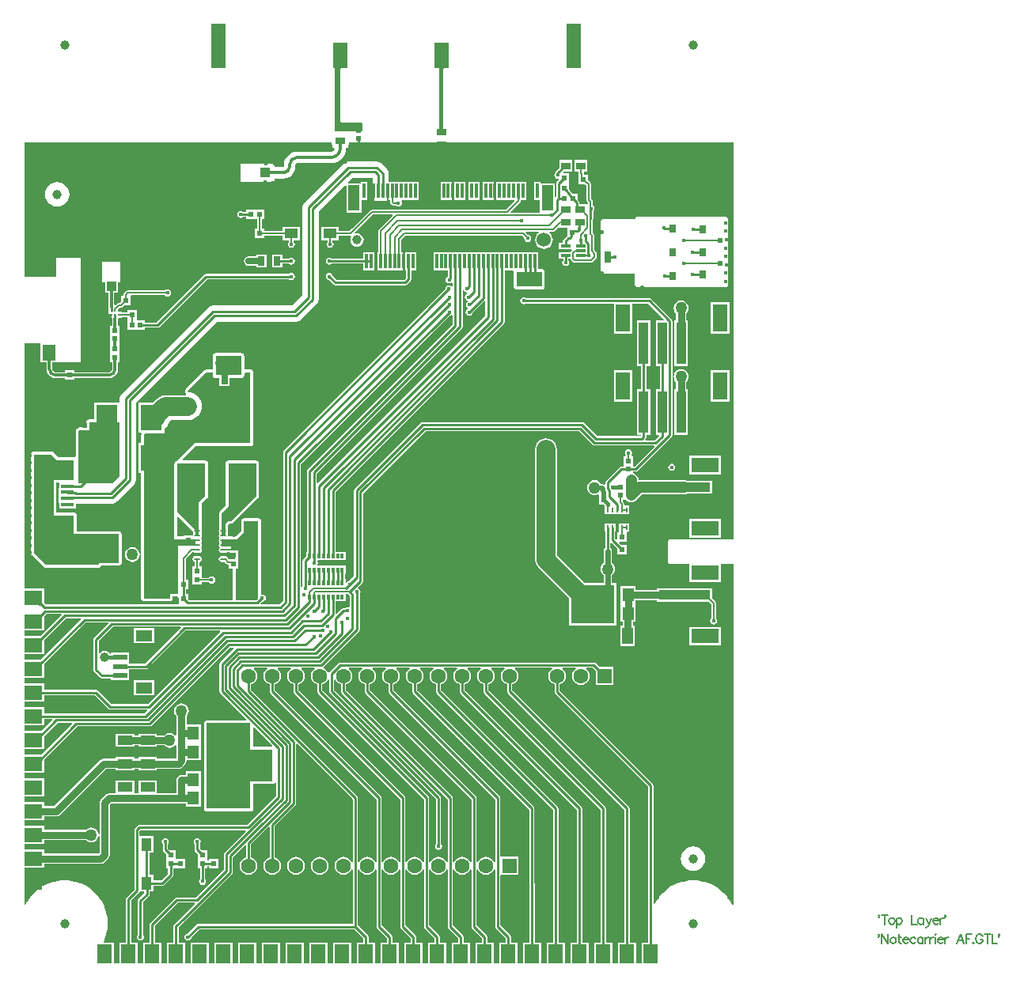
<source format=gtl>
G04*
G04 #@! TF.GenerationSoftware,Altium Limited,Altium Designer,20.2.4 (192)*
G04*
G04 Layer_Physical_Order=1*
G04 Layer_Color=255*
%FSLAX25Y25*%
%MOIN*%
G70*
G04*
G04 #@! TF.SameCoordinates,7296403A-AE54-4680-90C6-F2F837FCC291*
G04*
G04*
G04 #@! TF.FilePolarity,Positive*
G04*
G01*
G75*
%ADD10C,0.00787*%
%ADD11C,0.00591*%
%ADD14R,0.04134X0.05512*%
%ADD15R,0.02441X0.02441*%
%ADD16R,0.02441X0.02441*%
G04:AMPARAMS|DCode=17|XSize=9.45mil|YSize=23.62mil|CornerRadius=4.72mil|HoleSize=0mil|Usage=FLASHONLY|Rotation=90.000|XOffset=0mil|YOffset=0mil|HoleType=Round|Shape=RoundedRectangle|*
%AMROUNDEDRECTD17*
21,1,0.00945,0.01417,0,0,90.0*
21,1,0.00000,0.02362,0,0,90.0*
1,1,0.00945,0.00709,0.00000*
1,1,0.00945,0.00709,0.00000*
1,1,0.00945,-0.00709,0.00000*
1,1,0.00945,-0.00709,0.00000*
%
%ADD17ROUNDEDRECTD17*%
%ADD18R,0.06000X0.05000*%
%ADD19R,0.09055X0.11024*%
%ADD20R,0.11614X0.13780*%
%ADD21R,0.04528X0.05709*%
%ADD22R,0.04724X0.10827*%
%ADD23R,0.01181X0.06102*%
%ADD24R,0.06299X0.03937*%
%ADD25R,0.07087X0.04724*%
%ADD26R,0.06102X0.02362*%
%ADD27R,0.05512X0.04134*%
%ADD28R,0.02756X0.02756*%
%ADD29R,0.01968X0.05512*%
%ADD30R,0.02756X0.02953*%
%ADD31R,0.07480X0.01772*%
%ADD32R,0.02756X0.03543*%
%ADD33R,0.02559X0.04724*%
%ADD34R,0.09449X0.01772*%
%ADD35R,0.11417X0.01772*%
%ADD36R,0.02362X0.02362*%
%ADD37R,0.03937X0.17717*%
%ADD38R,0.06299X0.11811*%
%ADD39C,0.03937*%
%ADD40R,0.03898X0.01181*%
%ADD41R,0.07480X0.03543*%
%ADD42R,0.04528X0.07087*%
%ADD43R,0.00984X0.01968*%
%ADD44R,0.09449X0.03307*%
%ADD45R,0.04134X0.03937*%
%ADD46R,0.08661X0.04134*%
%ADD47R,0.02756X0.03937*%
%ADD48R,0.01181X0.01968*%
%ADD49R,0.03937X0.03150*%
%ADD50R,0.05709X0.06693*%
%ADD51R,0.12598X0.06693*%
%ADD52R,0.05906X0.18583*%
%ADD53R,0.05906X0.10709*%
%ADD54R,0.11811X0.06299*%
%ADD55R,0.21654X0.03937*%
%ADD56R,0.00984X0.00984*%
%ADD57R,0.05315X0.01575*%
%ADD58R,0.06299X0.08268*%
%ADD59R,0.07480X0.07480*%
%ADD60R,0.07480X0.07087*%
%ADD61R,0.04016X0.02520*%
%ADD62R,0.04134X0.08661*%
%ADD63R,0.03937X0.04134*%
%ADD64R,0.07087X0.04528*%
%ADD70C,0.05598*%
%ADD128C,0.01968*%
%ADD129C,0.01221*%
%ADD130R,0.18307X0.16339*%
%ADD131C,0.00984*%
%ADD132C,0.01968*%
%ADD133C,0.01575*%
%ADD134C,0.02953*%
%ADD135C,0.02362*%
%ADD136C,0.07874*%
%ADD137C,0.01024*%
%ADD138C,0.03091*%
%ADD139C,0.04724*%
%ADD140C,0.02756*%
%ADD141C,0.00906*%
%ADD142R,0.10780X0.08151*%
%ADD143R,0.09921X0.02913*%
%ADD144R,0.10625X0.06487*%
%ADD145R,0.27705X0.13251*%
%ADD146C,0.06299*%
%ADD147R,0.06299X0.06299*%
%ADD148C,0.06000*%
%ADD149R,0.07638X0.07638*%
%ADD150C,0.23622*%
%ADD151R,0.07677X0.06299*%
%ADD152R,0.06299X0.07874*%
%ADD153C,0.01772*%
%ADD154C,0.05000*%
G36*
X136811Y378346D02*
X134646D01*
X134577Y378343D01*
X134509Y378334D01*
X134442Y378320D01*
X134376Y378299D01*
X134313Y378273D01*
X134252Y378241D01*
X134194Y378204D01*
X134140Y378162D01*
X134089Y378116D01*
X134043Y378065D01*
X134001Y378011D01*
X133964Y377953D01*
X133932Y377892D01*
X133906Y377828D01*
X133885Y377763D01*
X133870Y377696D01*
X133861Y377628D01*
X133858Y377559D01*
Y355906D01*
X133861Y355837D01*
X133870Y355769D01*
X133885Y355702D01*
X133906Y355636D01*
X133932Y355573D01*
X133964Y355512D01*
X134001Y355454D01*
X134043Y355399D01*
X134089Y355349D01*
X134140Y355302D01*
X134194Y355260D01*
X134252Y355224D01*
X134313Y355192D01*
X134376Y355166D01*
X134442Y355145D01*
X134509Y355130D01*
X134577Y355121D01*
X134646Y355118D01*
X142521D01*
X142589Y355115D01*
X142658Y355106D01*
X142725Y355091D01*
X142790Y355071D01*
X142854Y355044D01*
X142915Y355013D01*
X142973Y354976D01*
X143027Y354934D01*
X143078Y354888D01*
X143124Y354837D01*
X143166Y354782D01*
X143203Y354724D01*
X143235Y354663D01*
X143261Y354600D01*
X143281Y354535D01*
X143296Y354467D01*
X143305Y354399D01*
X143308Y354331D01*
Y351457D01*
X138661D01*
X138622Y351496D01*
X131496D01*
Y377756D01*
X131494Y377807D01*
X131487Y377858D01*
X131476Y377909D01*
X131460Y377958D01*
X131441Y378006D01*
X131417Y378051D01*
X131389Y378095D01*
X131358Y378135D01*
X131323Y378173D01*
X131285Y378208D01*
X131244Y378240D01*
X131201Y378267D01*
X131155Y378291D01*
X131107Y378311D01*
X131058Y378326D01*
X131008Y378338D01*
X130957Y378344D01*
X130905Y378346D01*
Y389055D01*
X136811D01*
Y378346D01*
D02*
G37*
G36*
X179331D02*
X177953D01*
X177884Y378343D01*
X177816Y378334D01*
X177749Y378320D01*
X177683Y378299D01*
X177620Y378273D01*
X177559Y378241D01*
X177501Y378204D01*
X177447Y378162D01*
X177396Y378116D01*
X177350Y378065D01*
X177308Y378011D01*
X177271Y377953D01*
X177239Y377892D01*
X177213Y377828D01*
X177192Y377763D01*
X177177Y377696D01*
X177168Y377628D01*
X177165Y377559D01*
Y353150D01*
X177165D01*
X177168Y353081D01*
X177177Y353013D01*
X177192Y352946D01*
X177213Y352880D01*
X177239Y352817D01*
X177271Y352756D01*
X177308Y352698D01*
X177350Y352643D01*
X177396Y352593D01*
X177447Y352546D01*
X177501Y352505D01*
X177559Y352468D01*
X177620Y352436D01*
X177683Y352410D01*
X177749Y352389D01*
X177816Y352374D01*
X177884Y352365D01*
X177953Y352362D01*
X178386D01*
Y349843D01*
X174370D01*
Y352362D01*
X174803D01*
X174872Y352365D01*
X174940Y352374D01*
X175007Y352389D01*
X175073Y352410D01*
X175136Y352436D01*
X175197Y352468D01*
X175255Y352505D01*
X175309Y352546D01*
X175360Y352593D01*
X175406Y352643D01*
X175448Y352698D01*
X175485Y352756D01*
X175517Y352817D01*
X175543Y352880D01*
X175564Y352946D01*
X175579Y353013D01*
X175588Y353081D01*
X175591Y353150D01*
Y377559D01*
X175588Y377628D01*
X175579Y377696D01*
X175564Y377763D01*
X175543Y377828D01*
X175517Y377892D01*
X175485Y377953D01*
X175448Y378011D01*
X175406Y378065D01*
X175360Y378116D01*
X175309Y378162D01*
X175255Y378204D01*
X175197Y378241D01*
X175136Y378273D01*
X175073Y378299D01*
X175007Y378320D01*
X174940Y378334D01*
X174872Y378343D01*
X174803Y378346D01*
X173425D01*
Y389055D01*
X179331D01*
Y378346D01*
D02*
G37*
G36*
X299394Y179543D02*
X272638D01*
X272331Y179482D01*
X272070Y179308D01*
X271896Y179047D01*
X271835Y178740D01*
Y170079D01*
X271896Y169772D01*
X272070Y169511D01*
X272331Y169337D01*
X272638Y169276D01*
X280906D01*
Y161625D01*
X294291D01*
Y169276D01*
X299394D01*
Y25548D01*
X298894Y25432D01*
X298253Y26732D01*
X298204Y26795D01*
X298174Y26868D01*
X296941Y28714D01*
X296885Y28770D01*
X296845Y28839D01*
X295382Y30507D01*
X295319Y30555D01*
X295271Y30618D01*
X293602Y32081D01*
X293533Y32121D01*
X293477Y32177D01*
X291632Y33410D01*
X291559Y33441D01*
X291496Y33489D01*
X289505Y34471D01*
X289429Y34491D01*
X289360Y34531D01*
X287258Y35244D01*
X287180Y35255D01*
X287106Y35285D01*
X284930Y35718D01*
X284850D01*
X284773Y35739D01*
X282559Y35884D01*
X282480Y35873D01*
X282401Y35884D01*
X280187Y35739D01*
X280110Y35718D01*
X280031D01*
X277854Y35285D01*
X277781Y35255D01*
X277702Y35244D01*
X275601Y34531D01*
X275532Y34491D01*
X275455Y34471D01*
X273465Y33489D01*
X273402Y33441D01*
X273328Y33410D01*
X271483Y32177D01*
X271427Y32121D01*
X271358Y32081D01*
X269690Y30618D01*
X269642Y30555D01*
X269579Y30507D01*
X268115Y28839D01*
X268076Y28770D01*
X268019Y28714D01*
X266787Y26868D01*
X266756Y26795D01*
X266708Y26732D01*
X266217Y25736D01*
X265730Y25850D01*
Y75925D01*
X265646Y76348D01*
X265406Y76706D01*
X226340Y115772D01*
Y118409D01*
X227122Y118733D01*
X227904Y119333D01*
X228503Y120114D01*
X228880Y121024D01*
X229009Y122000D01*
X228880Y122976D01*
X228503Y123886D01*
X227904Y124668D01*
X227453Y125013D01*
X227623Y125513D01*
X232850D01*
X233019Y125013D01*
X232569Y124668D01*
X231969Y123886D01*
X231592Y122976D01*
X231464Y122000D01*
X231592Y121024D01*
X231969Y120114D01*
X232569Y119333D01*
X233350Y118733D01*
X234260Y118356D01*
X235236Y118228D01*
X236213Y118356D01*
X237122Y118733D01*
X237904Y119333D01*
X238503Y120114D01*
X238880Y121024D01*
X239009Y122000D01*
X238880Y122976D01*
X238503Y123886D01*
X237904Y124668D01*
X237453Y125013D01*
X237623Y125513D01*
X240162D01*
X241496Y124179D01*
Y118260D01*
X248976D01*
Y125740D01*
X243057D01*
X241400Y127398D01*
X241041Y127637D01*
X240619Y127721D01*
X133868D01*
X133446Y127637D01*
X133088Y127398D01*
X129456Y123766D01*
X129233Y123432D01*
X129095Y123406D01*
X128705Y123399D01*
X128503Y123886D01*
X127904Y124668D01*
X127122Y125267D01*
X126917Y125352D01*
X126844Y125556D01*
X126834Y125928D01*
X141726Y140819D01*
X141965Y141177D01*
X142049Y141600D01*
Y156399D01*
X142336Y156828D01*
X142450Y157404D01*
X142336Y157980D01*
X142009Y158469D01*
X141521Y158795D01*
X141401Y158819D01*
X141236Y159362D01*
X143103Y161228D01*
X143343Y161587D01*
X143427Y162009D01*
Y199002D01*
X169698Y225274D01*
X234520D01*
X240188Y219607D01*
X240546Y219367D01*
X240968Y219283D01*
X241138D01*
X241306Y219171D01*
X241729Y219087D01*
X265923D01*
X266114Y218625D01*
X257763Y210273D01*
X257236D01*
Y214721D01*
X256710D01*
X256443Y215220D01*
X256619Y215483D01*
X256733Y216059D01*
X256619Y216636D01*
X256292Y217124D01*
X255804Y217450D01*
X255228Y217565D01*
X254652Y217450D01*
X254164Y217124D01*
X253837Y216636D01*
X253723Y216059D01*
X253837Y215483D01*
X254013Y215220D01*
X253746Y214721D01*
X253220D01*
Y210273D01*
X252252D01*
X251829Y210189D01*
X251471Y209950D01*
X245715Y204194D01*
X245476Y203836D01*
X245392Y203413D01*
Y202834D01*
X244892Y202629D01*
X244517Y202879D01*
X243903Y203001D01*
X243903Y203001D01*
X243633D01*
X243174Y203600D01*
X242528Y204095D01*
X241776Y204407D01*
X240969Y204513D01*
X240162Y204407D01*
X239411Y204095D01*
X238765Y203600D01*
X238270Y202954D01*
X237958Y202202D01*
X237852Y201396D01*
X237958Y200589D01*
X238270Y199837D01*
X238765Y199191D01*
X239411Y198696D01*
X240162Y198385D01*
X240969Y198278D01*
X241776Y198385D01*
X241819Y198403D01*
X242203Y198561D01*
X242702Y198227D01*
X242702Y198206D01*
X242702D01*
Y194190D01*
X244731D01*
X245216Y193704D01*
Y190252D01*
X255649D01*
Y193795D01*
X253405D01*
Y194583D01*
X253328Y194967D01*
X253111Y195293D01*
X252821Y195582D01*
X253002Y196082D01*
X253698D01*
Y196082D01*
X254198Y196244D01*
X254292Y196122D01*
X254908Y195649D01*
X255627Y195352D01*
X256398Y195250D01*
X257169Y195352D01*
X257887Y195649D01*
X258504Y196122D01*
X259189Y196808D01*
X260934Y198553D01*
X278740D01*
X279511Y198655D01*
X279803Y198776D01*
X290354D01*
Y204287D01*
X279803D01*
X279511Y204408D01*
X278740Y204510D01*
X259957D01*
X259695Y204519D01*
X259415Y204977D01*
X259373Y205298D01*
X259075Y206017D01*
X258602Y206633D01*
X257985Y207107D01*
X257267Y207404D01*
X257236Y207408D01*
Y208065D01*
X258220D01*
X258643Y208149D01*
X259001Y208389D01*
X273418Y222807D01*
X273658Y223165D01*
X273742Y223587D01*
Y271539D01*
X273658Y271962D01*
X273418Y272320D01*
X264852Y280886D01*
X264494Y281125D01*
X264072Y281209D01*
X212284D01*
X212239Y281277D01*
X211751Y281603D01*
X211174Y281718D01*
X210598Y281603D01*
X210110Y281277D01*
X209784Y280789D01*
X209669Y280213D01*
X209784Y279637D01*
X210110Y279148D01*
X210598Y278822D01*
X211174Y278707D01*
X211751Y278822D01*
X212019Y279001D01*
X249016D01*
Y266326D01*
X256890D01*
Y279001D01*
X263615D01*
X270317Y272299D01*
X270125Y271837D01*
X266732D01*
Y252546D01*
X268384D01*
Y242930D01*
X266732D01*
Y223638D01*
X267828D01*
X268036Y223138D01*
X266192Y221294D01*
X262469D01*
X262278Y221756D01*
X262395Y221873D01*
X262634Y222232D01*
X262718Y222654D01*
Y223638D01*
X264370D01*
Y242930D01*
X262718D01*
Y252546D01*
X264370D01*
Y271837D01*
X258858D01*
Y252546D01*
X260510D01*
Y242930D01*
X258858D01*
Y223638D01*
X260510D01*
Y223111D01*
X260465Y223066D01*
X242078D01*
X236410Y228733D01*
X236052Y228973D01*
X235630Y229057D01*
X168589D01*
X168166Y228973D01*
X167808Y228733D01*
X139968Y200892D01*
X139728Y200534D01*
X139644Y200112D01*
Y164113D01*
X137433Y161902D01*
X137126Y161841D01*
X136638Y161515D01*
X136534Y161360D01*
X136034Y161511D01*
Y162916D01*
X135760D01*
Y164894D01*
X136034D01*
Y168437D01*
X124532D01*
X124265Y168937D01*
X124333Y169039D01*
X124448Y169615D01*
X124333Y170191D01*
X124261Y170299D01*
X124528Y170799D01*
X136034D01*
Y174343D01*
X131823D01*
Y199619D01*
X202742Y270538D01*
X202982Y270896D01*
X203066Y271319D01*
Y292936D01*
X206649D01*
X206966Y292549D01*
X206960Y292516D01*
Y286029D01*
X207051Y285568D01*
X207312Y285177D01*
X207703Y284916D01*
X208164Y284824D01*
X218789D01*
X219249Y284916D01*
X219640Y285177D01*
X219901Y285568D01*
X219993Y286029D01*
Y292516D01*
X219901Y292977D01*
X219640Y293367D01*
X219249Y293628D01*
X218789Y293720D01*
X217119D01*
Y300613D01*
X173025D01*
Y292936D01*
X179204D01*
Y290318D01*
X179139Y290305D01*
X178651Y289979D01*
X178325Y289490D01*
X178210Y288914D01*
X178325Y288338D01*
X178651Y287850D01*
X179139Y287524D01*
X179715Y287409D01*
X180291Y287524D01*
X180673Y287778D01*
X181049Y287649D01*
X181173Y287557D01*
Y286508D01*
X180954Y286378D01*
X180673Y286299D01*
X180254Y286578D01*
X179678Y286693D01*
X179102Y286578D01*
X178614Y286252D01*
X178288Y285764D01*
X178187Y285258D01*
X110046Y217117D01*
X109807Y216759D01*
X109723Y216336D01*
Y153589D01*
X108264Y152130D01*
X100511D01*
X100320Y152593D01*
X101033Y153305D01*
X101539Y153406D01*
X102027Y153732D01*
X102354Y154221D01*
X102468Y154797D01*
X102354Y155373D01*
X102027Y155861D01*
X101539Y156187D01*
X100963Y156302D01*
X100926Y156295D01*
X100540Y156612D01*
Y187270D01*
X100448Y187731D01*
X100187Y188122D01*
X99796Y188383D01*
X99335Y188475D01*
X93335Y188475D01*
X92874Y188383D01*
X92484Y188122D01*
X92223Y187731D01*
X92131Y187270D01*
Y183223D01*
X89846Y180938D01*
X89846Y180938D01*
X89831Y180915D01*
X89807Y180899D01*
X89807Y180899D01*
X89719Y180810D01*
X86878Y180810D01*
X86639Y181102D01*
X86559Y181506D01*
Y182667D01*
X86639Y183071D01*
X86559Y183474D01*
Y185471D01*
X87153Y186066D01*
X87814D01*
X88275Y186158D01*
X88665Y186419D01*
X88665Y186419D01*
X99230Y196983D01*
X99491Y197374D01*
X99582Y197835D01*
X99582Y197835D01*
Y211614D01*
X99491Y212075D01*
X99230Y212466D01*
X98839Y212727D01*
X98378Y212818D01*
X86764D01*
X86303Y212727D01*
X85913Y212466D01*
X85651Y212075D01*
X85560Y211614D01*
Y193759D01*
X83086Y191285D01*
X82824Y190894D01*
X82733Y190433D01*
X82733Y190433D01*
Y183474D01*
X82652Y183071D01*
X82733Y182667D01*
Y181506D01*
X82652Y181102D01*
X82750Y180611D01*
X82969Y180283D01*
X82824Y180067D01*
X82733Y179606D01*
Y179537D01*
X82652Y179134D01*
X82733Y178730D01*
X82733Y177569D01*
X82652Y177165D01*
X82750Y176674D01*
X83029Y176257D01*
X82833Y175813D01*
X82811Y175779D01*
X82750Y175688D01*
X82652Y175197D01*
X82750Y174705D01*
X83029Y174289D01*
X83446Y174010D01*
X83937Y173912D01*
X85354D01*
X85846Y174010D01*
X86263Y174289D01*
X86266Y174294D01*
X86861D01*
X86984Y174109D01*
X87375Y173848D01*
X87835Y173756D01*
X89185D01*
X89342Y173651D01*
X89494Y173621D01*
Y171221D01*
X86813D01*
X86605Y171428D01*
X86541Y171751D01*
X86263Y172168D01*
X85846Y172447D01*
X85354Y172544D01*
X83937D01*
X83446Y172447D01*
X83029Y172168D01*
X82750Y171751D01*
X82652Y171260D01*
X82750Y170768D01*
X83029Y170352D01*
X83446Y170073D01*
X83937Y169975D01*
X85220D01*
X85865Y169330D01*
X86191Y169112D01*
X86575Y169036D01*
X86683D01*
Y167205D01*
X88599D01*
Y153902D01*
X69903D01*
X69724Y154081D01*
Y156535D01*
X68820D01*
Y158425D01*
X69724D01*
Y162441D01*
X68720D01*
Y171238D01*
X71675Y174193D01*
X72148D01*
X72422Y174010D01*
X72913Y173912D01*
X74331D01*
X74822Y174010D01*
X75239Y174289D01*
X75517Y174705D01*
X75615Y175197D01*
X75517Y175688D01*
X75447Y175794D01*
X75273Y176181D01*
X75447Y176568D01*
X75517Y176674D01*
X75615Y177165D01*
X75517Y177657D01*
X75447Y177763D01*
X75273Y178150D01*
X75447Y178536D01*
X75517Y178642D01*
X75615Y179134D01*
X75517Y179625D01*
X75447Y179731D01*
X75273Y180118D01*
X75447Y180505D01*
X75517Y180611D01*
X75615Y181102D01*
X75535Y181506D01*
Y182667D01*
X75615Y183071D01*
X75535Y183475D01*
X75535Y194745D01*
X77773Y196983D01*
X77773Y196983D01*
X78034Y197374D01*
X78126Y197835D01*
X78126Y197835D01*
Y211614D01*
X78034Y212075D01*
X77773Y212466D01*
X77382Y212727D01*
X76921Y212818D01*
X67537D01*
X67346Y213280D01*
X72940Y218875D01*
X95917Y218875D01*
X96378Y218966D01*
X96769Y219227D01*
X97030Y219618D01*
X97122Y220079D01*
X97122Y249999D01*
X97076Y250228D01*
X97030Y250460D01*
X97030Y250460D01*
X97030Y250460D01*
X96899Y250656D01*
X96769Y250851D01*
X96769Y250851D01*
X96769Y250851D01*
X96575Y250980D01*
X96378Y251112D01*
X96378Y251112D01*
X96378Y251112D01*
X96147Y251158D01*
X95917Y251203D01*
X93719Y251204D01*
X93719Y251204D01*
X93365Y251643D01*
Y256890D01*
X93274Y257351D01*
X93013Y257741D01*
X92622Y258002D01*
X92161Y258094D01*
X81381D01*
X80920Y258002D01*
X80529Y257741D01*
X80268Y257351D01*
X80177Y256890D01*
Y251559D01*
X79823Y251205D01*
X77515Y251205D01*
X77515Y251205D01*
X77515Y251205D01*
X77248Y251152D01*
X77054Y251114D01*
X77054Y251114D01*
X77054Y251114D01*
X76877Y250996D01*
X76663Y250853D01*
X76663Y250853D01*
X76663Y250853D01*
X68756Y242946D01*
X68742Y242924D01*
X68721Y242909D01*
X68612Y242729D01*
X68495Y242555D01*
X68490Y242529D01*
X68476Y242507D01*
X68444Y242300D01*
X68403Y242094D01*
X68408Y242068D01*
X68404Y242043D01*
X68454Y241839D01*
X68495Y241633D01*
X68509Y241612D01*
X68516Y241586D01*
X68740Y241104D01*
X68830Y240981D01*
X68901Y240847D01*
X68967Y240793D01*
X68991Y240760D01*
X68954Y240578D01*
X68818Y240261D01*
X60042D01*
X60042Y240261D01*
X58860Y240105D01*
X57759Y239649D01*
X56813Y238923D01*
X56813Y238923D01*
X54962Y237072D01*
X48822D01*
Y229651D01*
Y224473D01*
X49744D01*
X50038Y223973D01*
X49977Y223668D01*
X49977Y223668D01*
Y220220D01*
X48717D01*
Y207622D01*
X49977D01*
Y154669D01*
X50068Y154208D01*
X50330Y153818D01*
X50720Y153557D01*
X51181Y153465D01*
X62165Y153465D01*
X62626Y153557D01*
X63017Y153818D01*
X63278Y154208D01*
X63370Y154669D01*
Y155331D01*
X65316D01*
X65709Y154962D01*
Y152520D01*
X65441Y152130D01*
X9746D01*
X9055Y152821D01*
Y158740D01*
X803D01*
Y262244D01*
X7677Y262244D01*
Y254325D01*
Y254134D01*
X10095D01*
Y251403D01*
X10085D01*
X10216Y250411D01*
X10599Y249486D01*
X11208Y248692D01*
X12002Y248083D01*
X12927Y247700D01*
X13919Y247570D01*
Y247579D01*
X17690D01*
Y246795D01*
X21705D01*
Y247579D01*
X36459D01*
Y247570D01*
X37431Y247698D01*
X38338Y248074D01*
X39117Y248671D01*
X39714Y249450D01*
X40089Y250356D01*
X40218Y251329D01*
X40209D01*
Y254184D01*
X40963D01*
Y257728D01*
Y261743D01*
X40963D01*
Y262137D01*
X40963D01*
Y265680D01*
Y269696D01*
X40180D01*
Y271145D01*
X40170Y271196D01*
Y272597D01*
X40480Y272976D01*
X41800D01*
Y273252D01*
X44098D01*
Y272245D01*
X44098D01*
X44098Y271851D01*
X44098D01*
Y267836D01*
X51657D01*
Y268740D01*
X56792D01*
X57214Y268824D01*
X57573Y269063D01*
X61485Y272976D01*
X65567Y277058D01*
D01*
X77760Y289250D01*
X112184D01*
X112613Y288964D01*
X113189Y288849D01*
X113765Y288964D01*
X114253Y289290D01*
X114580Y289778D01*
X114694Y290354D01*
X114580Y290930D01*
X114253Y291419D01*
X113765Y291745D01*
X113189Y291860D01*
X112613Y291745D01*
X112184Y291458D01*
X77302D01*
X76880Y291374D01*
X76522Y291135D01*
X56335Y270948D01*
X51657D01*
Y271852D01*
X48370D01*
X48113Y272245D01*
Y276261D01*
X44098D01*
Y275259D01*
X41800D01*
Y275535D01*
X40225D01*
Y276588D01*
X40823Y277185D01*
X41398D01*
X41782Y277262D01*
X42107Y277479D01*
X42915Y278287D01*
X45512D01*
Y282303D01*
X45950Y282451D01*
X59919D01*
X59959Y282390D01*
X60448Y282064D01*
X61024Y281949D01*
X61600Y282064D01*
X62088Y282390D01*
X62414Y282879D01*
X62529Y283455D01*
X62414Y284031D01*
X62088Y284519D01*
X61600Y284845D01*
X61024Y284960D01*
X60448Y284845D01*
X59959Y284519D01*
X59919Y284458D01*
X44262D01*
X43878Y284382D01*
X43552Y284164D01*
X42794Y283406D01*
X42577Y283081D01*
X42500Y282697D01*
Y282303D01*
X41496D01*
Y279707D01*
X40982Y279192D01*
X40407D01*
X40023Y279116D01*
X39698Y278899D01*
X39126Y278327D01*
X38664Y278518D01*
Y283455D01*
X40195D01*
Y287982D01*
X43246D01*
Y296644D01*
X31632Y296644D01*
Y287982D01*
X34683D01*
Y283455D01*
X36215D01*
Y277418D01*
X36240Y277291D01*
X36091Y277109D01*
X36091D01*
Y274550D01*
X37666D01*
Y272976D01*
X37666D01*
X37771Y272848D01*
X37721Y272597D01*
Y271155D01*
X37731Y271104D01*
Y269696D01*
X36948D01*
Y265680D01*
Y262137D01*
X36948D01*
Y261743D01*
X36948D01*
Y257728D01*
Y254184D01*
X37760D01*
Y251329D01*
X37760Y251329D01*
X37759D01*
X37660Y250832D01*
X37378Y250410D01*
X36956Y250128D01*
X36459Y250029D01*
Y250027D01*
X36459Y250027D01*
X21705D01*
Y250811D01*
X17690D01*
Y250027D01*
X13919D01*
Y250027D01*
X13393Y250132D01*
X12946Y250430D01*
X12648Y250877D01*
X12543Y251403D01*
X12543D01*
Y254134D01*
X24606D01*
Y298229D01*
X14173D01*
Y290759D01*
Y290207D01*
X803Y290207D01*
Y346848D01*
X130079D01*
Y344685D01*
X131137D01*
X131389Y344185D01*
X131314Y343807D01*
X131021Y343369D01*
X130583Y343076D01*
X130122Y342984D01*
X130065Y342996D01*
X115611D01*
Y342996D01*
X114193Y342809D01*
X112872Y342262D01*
X111737Y341391D01*
X110866Y340256D01*
X110319Y338935D01*
X110132Y337517D01*
X110133D01*
Y336916D01*
X109978Y336669D01*
X109731Y336515D01*
X106132D01*
Y337827D01*
X100620D01*
Y339894D01*
X91959D01*
X91959Y328279D01*
X100620D01*
Y330346D01*
X106132D01*
Y331658D01*
X109882D01*
X109926Y331667D01*
X111203Y331835D01*
X112434Y332345D01*
X113491Y333156D01*
X114303Y334213D01*
X114813Y335444D01*
X114981Y336721D01*
X114990Y336766D01*
Y337517D01*
X114985Y337539D01*
X115029Y337758D01*
X115165Y337963D01*
X115370Y338099D01*
X115589Y338143D01*
X115611Y338138D01*
X130065D01*
X130234Y338172D01*
X131269Y338274D01*
X132426Y338625D01*
X133493Y339195D01*
X134427Y339962D01*
X135195Y340897D01*
X135765Y341964D01*
X136116Y343121D01*
X136218Y344156D01*
X136251Y344324D01*
Y344685D01*
X137638D01*
Y346848D01*
X299394D01*
Y179543D01*
D02*
G37*
G36*
X80177Y250001D02*
Y248739D01*
X80268Y248278D01*
X80529Y247887D01*
X80920Y247626D01*
X81381Y247535D01*
X82908D01*
Y244102D01*
X87239D01*
Y247535D01*
X92161D01*
X92622Y247626D01*
X93013Y247887D01*
X93274Y248278D01*
X93365Y248739D01*
Y249646D01*
X93719Y249999D01*
X95917Y249999D01*
X95917Y220079D01*
X72441Y220079D01*
X65149Y212787D01*
X64846Y212727D01*
X64456Y212466D01*
X64195Y212075D01*
X64135Y211772D01*
X63976Y211614D01*
X63976Y179134D01*
X65394Y177717D01*
Y156535D01*
X62165D01*
Y154669D01*
X51181Y154669D01*
Y223668D01*
X51593Y224080D01*
X59845D01*
Y226203D01*
X60301Y226577D01*
X61039Y227476D01*
X61587Y228502D01*
X61738Y228998D01*
X62500Y229760D01*
X69663D01*
X70820Y229874D01*
X71934Y230211D01*
X72960Y230760D01*
X73859Y231498D01*
X74597Y232397D01*
X75145Y233423D01*
X75483Y234536D01*
X75597Y235694D01*
X75483Y236852D01*
X75145Y237965D01*
X74597Y238991D01*
X73859Y239890D01*
X72960Y240628D01*
X71934Y241176D01*
X70820Y241514D01*
X69832Y241611D01*
X69608Y242094D01*
X77515Y250001D01*
X80177Y250001D01*
D02*
G37*
G36*
X186173Y284123D02*
X186662Y283797D01*
X187124Y283705D01*
X187368Y283380D01*
X187440Y283213D01*
X187387Y283104D01*
X187223Y283072D01*
X186735Y282746D01*
X186408Y282257D01*
X186294Y281681D01*
X186408Y281105D01*
X186735Y280617D01*
X187223Y280290D01*
X187370Y280261D01*
X187476Y279730D01*
X187181Y279533D01*
X186854Y279045D01*
X186740Y278469D01*
X186854Y277893D01*
X187181Y277404D01*
X187468Y277212D01*
X187496Y277097D01*
X187457Y276649D01*
X187094Y276407D01*
X186768Y275919D01*
X186654Y275343D01*
X186768Y274767D01*
X187094Y274278D01*
X187583Y273952D01*
X188159Y273837D01*
X188735Y273952D01*
X189223Y274278D01*
X189550Y274767D01*
X189650Y275273D01*
X194452Y280075D01*
X194952Y279868D01*
Y273756D01*
X124449Y203253D01*
X123949Y203460D01*
Y207314D01*
X185026Y268391D01*
X185265Y268749D01*
X185349Y269172D01*
Y284552D01*
X185847Y284612D01*
X186173Y284123D01*
D02*
G37*
G36*
X98378Y197835D02*
X87814Y187270D01*
X86654D01*
X85354Y185970D01*
Y181102D01*
X83937D01*
Y190433D01*
X86764Y193260D01*
Y211614D01*
X98378D01*
Y197835D01*
D02*
G37*
G36*
X76921D02*
X74331Y195244D01*
X74331Y181102D01*
X72913D01*
Y183543D01*
X65307Y191149D01*
Y211614D01*
X76921D01*
Y197835D01*
D02*
G37*
G36*
X71638Y183116D02*
X71629Y183071D01*
X71709Y182667D01*
Y181506D01*
X71637Y181142D01*
X67874D01*
Y180810D01*
X65181D01*
X65181Y188920D01*
X65643Y189111D01*
X71638Y183116D01*
D02*
G37*
G36*
X99335Y154730D02*
X98507Y153902D01*
X89803D01*
Y167205D01*
X90698D01*
Y170748D01*
Y174764D01*
X89803D01*
Y174961D01*
X87835D01*
Y176693D01*
X84290Y176693D01*
X83937Y177047D01*
X83937Y179606D01*
X90218Y179606D01*
X90659Y180047D01*
X90698D01*
Y180087D01*
X93335Y182724D01*
Y187270D01*
X99335Y187270D01*
Y154730D01*
D02*
G37*
G36*
X181055Y274049D02*
X181173Y273960D01*
Y270166D01*
X120096Y209089D01*
X119857Y208731D01*
X119773Y208309D01*
Y174343D01*
X119498D01*
Y172557D01*
X118324Y171383D01*
X118085Y171025D01*
X118001Y170602D01*
Y159969D01*
X117643Y159620D01*
X117246Y159879D01*
Y211286D01*
X179787Y273828D01*
X180294Y273929D01*
X180673Y274182D01*
X181055Y274049D01*
D02*
G37*
G36*
X137784Y155777D02*
Y151157D01*
X137284Y150883D01*
X136821Y150975D01*
X136245Y150860D01*
X135816Y150574D01*
X135217D01*
X134795Y150489D01*
X134437Y150250D01*
X132323Y148136D01*
X131823Y148344D01*
Y153467D01*
X136034D01*
Y156401D01*
X137161D01*
X137784Y155777D01*
D02*
G37*
G36*
X16443Y147689D02*
X7515Y138761D01*
X7283D01*
X7177Y138740D01*
X803D01*
Y141260D01*
X9055D01*
Y147179D01*
X10027Y148151D01*
X16252D01*
X16443Y147689D01*
D02*
G37*
G36*
X24671Y145917D02*
X7494Y128740D01*
X803D01*
Y131260D01*
X9055D01*
Y137179D01*
X18256Y146379D01*
X24480D01*
X24671Y145917D01*
D02*
G37*
G36*
X66858Y142374D02*
X51635Y127151D01*
X44929D01*
Y131953D01*
X37252D01*
Y131389D01*
X36774D01*
X36451Y131809D01*
X35917Y132220D01*
X35294Y132477D01*
X34626Y132565D01*
X33958Y132477D01*
X33335Y132220D01*
X32801Y131809D01*
X32613Y131565D01*
X32113Y131735D01*
Y136883D01*
X38067Y142836D01*
X66667D01*
X66858Y142374D01*
D02*
G37*
G36*
X36254Y144146D02*
X30229Y138121D01*
X29989Y137762D01*
X29906Y137340D01*
Y124534D01*
X29989Y124111D01*
X30229Y123753D01*
X32653Y121330D01*
X33011Y121090D01*
X33433Y121006D01*
X37252D01*
Y120142D01*
X44929D01*
Y123579D01*
X44929Y124079D01*
X44929D01*
Y124079D01*
X44929D01*
Y124943D01*
X52092D01*
X52515Y125027D01*
X52873Y125267D01*
X68671Y141065D01*
X83105D01*
X83297Y140603D01*
X52801Y110107D01*
X37427D01*
X31790Y115744D01*
X31432Y115983D01*
X31009Y116068D01*
X9055D01*
Y118740D01*
X803D01*
Y121260D01*
X9055D01*
Y127179D01*
X26484Y144608D01*
X36063D01*
X36254Y144146D01*
D02*
G37*
G36*
X36189Y108223D02*
X36547Y107984D01*
X36970Y107899D01*
X52446D01*
X52637Y107438D01*
X51303Y106104D01*
X9055D01*
Y108740D01*
X803D01*
Y111260D01*
X9055D01*
Y113860D01*
X30552D01*
X36189Y108223D01*
D02*
G37*
G36*
X12680Y103434D02*
X7986Y98740D01*
X803D01*
Y101260D01*
X9055D01*
Y103896D01*
X12489D01*
X12680Y103434D01*
D02*
G37*
G36*
X105331Y92659D02*
X105117Y92165D01*
X97122D01*
Y100215D01*
X97584Y100406D01*
X105331Y92659D01*
D02*
G37*
G36*
X21105Y101859D02*
X7986Y88740D01*
X803D01*
Y91260D01*
X9055D01*
Y96687D01*
X14690Y102321D01*
X20914D01*
X21105Y101859D01*
D02*
G37*
G36*
X89053Y133516D02*
X83317Y127780D01*
X83078Y127422D01*
X82994Y126999D01*
Y115453D01*
X83078Y115031D01*
X83317Y114673D01*
X94221Y103769D01*
X94030Y103307D01*
X77610D01*
X77149Y103215D01*
X76759Y102954D01*
X76498Y102563D01*
X76406Y102102D01*
X76406Y66119D01*
X76498Y65658D01*
X76759Y65267D01*
X77149Y65006D01*
X77610Y64914D01*
X95917D01*
X96378Y65006D01*
X96769Y65267D01*
X97030Y65658D01*
X97122Y66119D01*
Y76505D01*
X105315D01*
X105776Y76597D01*
X106167Y76858D01*
X106270Y77013D01*
X106770Y76862D01*
Y71323D01*
X94621Y59175D01*
X49163D01*
X48740Y59091D01*
X48382Y58851D01*
X47448Y57917D01*
X47208Y57559D01*
X47124Y57137D01*
Y31953D01*
X43845Y28674D01*
X43606Y28316D01*
X43522Y27894D01*
Y9528D01*
X40886D01*
Y803D01*
X38366D01*
Y9528D01*
X34370D01*
X34106Y9952D01*
X34471Y10691D01*
X34491Y10768D01*
X34531Y10837D01*
X35244Y12938D01*
X35255Y13017D01*
X35285Y13091D01*
X35718Y15267D01*
Y15347D01*
X35739Y15423D01*
X35884Y17638D01*
X35873Y17717D01*
X35884Y17795D01*
X35739Y20010D01*
X35718Y20087D01*
Y20166D01*
X35285Y22342D01*
X35255Y22416D01*
X35244Y22495D01*
X34531Y24596D01*
X34491Y24665D01*
X34471Y24742D01*
X33489Y26732D01*
X33441Y26795D01*
X33410Y26868D01*
X32177Y28714D01*
X32121Y28770D01*
X32081Y28839D01*
X30618Y30507D01*
X30555Y30555D01*
X30507Y30618D01*
X28839Y32081D01*
X28770Y32121D01*
X28714Y32177D01*
X26868Y33410D01*
X26795Y33441D01*
X26732Y33489D01*
X24742Y34471D01*
X24665Y34491D01*
X24596Y34531D01*
X22495Y35244D01*
X22416Y35255D01*
X22342Y35285D01*
X20166Y35718D01*
X20087D01*
X20010Y35739D01*
X17795Y35884D01*
X17717Y35873D01*
X17638Y35884D01*
X15423Y35739D01*
X15347Y35718D01*
X15267D01*
X13091Y35285D01*
X13017Y35255D01*
X12938Y35244D01*
X10837Y34531D01*
X10768Y34491D01*
X10691Y34471D01*
X8701Y33489D01*
X8638Y33441D01*
X8565Y33410D01*
X6720Y32177D01*
X6663Y32121D01*
X6595Y32081D01*
X4926Y30618D01*
X4878Y30555D01*
X4815Y30507D01*
X3351Y28839D01*
X3312Y28770D01*
X3256Y28714D01*
X2023Y26868D01*
X1992Y26795D01*
X1944Y26732D01*
X1303Y25432D01*
X803Y25548D01*
Y41260D01*
X9055D01*
Y42893D01*
X32896D01*
X33703Y43053D01*
X34387Y43510D01*
X36116Y45239D01*
X36573Y45923D01*
X36733Y46730D01*
Y67807D01*
X37229Y68302D01*
X68949D01*
Y66768D01*
X75051D01*
Y74052D01*
X75051D01*
Y74524D01*
X75051D01*
Y81808D01*
X68949D01*
Y80273D01*
X66929D01*
X66123Y80113D01*
X65439Y79656D01*
X64982Y78972D01*
X64822Y78166D01*
Y72517D01*
X56661D01*
Y77913D01*
X48787D01*
Y72517D01*
X47213D01*
Y77913D01*
X39339D01*
Y72517D01*
X36356D01*
X35549Y72357D01*
X34865Y71900D01*
X33136Y70170D01*
X32679Y69487D01*
X32519Y68680D01*
Y55384D01*
X32019Y55352D01*
X31963Y55775D01*
X31651Y56526D01*
X31156Y57172D01*
X30511Y57667D01*
X29759Y57979D01*
X28952Y58085D01*
X28145Y57979D01*
X27393Y57667D01*
X26748Y57172D01*
X26686Y57091D01*
X9055D01*
Y58740D01*
X803D01*
Y61260D01*
X9055D01*
Y62893D01*
X14212D01*
X15018Y63053D01*
X15702Y63510D01*
X35085Y82893D01*
X39339D01*
Y82244D01*
X47213D01*
Y82893D01*
X48787D01*
Y82244D01*
X56661D01*
Y82893D01*
X65716D01*
X66523Y83053D01*
X67207Y83510D01*
X68419Y84722D01*
X68876Y85406D01*
X69037Y86213D01*
Y86413D01*
X75051D01*
Y93697D01*
X75051D01*
Y94169D01*
X75051D01*
Y101453D01*
X69037D01*
Y105005D01*
X69133Y105079D01*
X69629Y105725D01*
X69940Y106477D01*
X70046Y107283D01*
X69940Y108090D01*
X69629Y108842D01*
X69133Y109488D01*
X68488Y109983D01*
X67736Y110294D01*
X66929Y110401D01*
X66122Y110294D01*
X65371Y109983D01*
X64725Y109488D01*
X64230Y108842D01*
X63918Y108090D01*
X63812Y107283D01*
X63918Y106477D01*
X64230Y105725D01*
X64725Y105079D01*
X64822Y105005D01*
Y97074D01*
X64322Y96904D01*
X64212Y97047D01*
X63566Y97542D01*
X62815Y97853D01*
X62008Y97960D01*
X61201Y97853D01*
X60449Y97542D01*
X59804Y97047D01*
X59729Y96950D01*
X56661D01*
Y97598D01*
X48787D01*
Y96950D01*
X47213D01*
Y97598D01*
X39339D01*
Y92087D01*
X47213D01*
Y92735D01*
X48787D01*
Y92087D01*
X56661D01*
Y92735D01*
X59729D01*
X59804Y92638D01*
X60449Y92143D01*
X61201Y91831D01*
X62008Y91725D01*
X62815Y91831D01*
X63566Y92143D01*
X64212Y92638D01*
X64322Y92781D01*
X64822Y92611D01*
Y90055D01*
Y87107D01*
X56661D01*
Y87756D01*
X48787D01*
Y87107D01*
X47213D01*
Y87756D01*
X39339D01*
Y87107D01*
X34212D01*
X33405Y86947D01*
X32722Y86490D01*
X13339Y67107D01*
X9055D01*
Y68740D01*
X803D01*
Y71260D01*
X9055D01*
Y78740D01*
X803D01*
Y81260D01*
X9055D01*
Y86687D01*
X23115Y100747D01*
X53622D01*
X54045Y100831D01*
X54403Y101070D01*
X87311Y133978D01*
X88862D01*
X89053Y133516D01*
D02*
G37*
G36*
X95917Y102072D02*
X95917Y66119D01*
X77610D01*
X77610Y102102D01*
X95887D01*
X95917Y102072D01*
D02*
G37*
G36*
X32519Y54552D02*
Y47603D01*
X32023Y47107D01*
X9055D01*
Y48740D01*
X803D01*
Y51260D01*
X9055D01*
Y52877D01*
X26661D01*
X26748Y52764D01*
X27393Y52268D01*
X28145Y51957D01*
X28952Y51851D01*
X29759Y51957D01*
X30511Y52268D01*
X31156Y52764D01*
X31651Y53409D01*
X31963Y54161D01*
X32019Y54584D01*
X32519Y54552D01*
D02*
G37*
G36*
X131969Y120114D02*
X132569Y119333D01*
X133350Y118733D01*
X134132Y118409D01*
Y115495D01*
X134216Y115073D01*
X134456Y114715D01*
X179133Y70037D01*
Y43673D01*
X178633Y43573D01*
X178503Y43886D01*
X177904Y44668D01*
X177122Y45267D01*
X176213Y45644D01*
X175236Y45772D01*
X174260Y45644D01*
X173350Y45267D01*
X172569Y44668D01*
X171969Y43886D01*
X171841Y43576D01*
X171341Y43675D01*
Y70495D01*
X171256Y70917D01*
X171017Y71275D01*
X126340Y115952D01*
Y118409D01*
X127122Y118733D01*
X127904Y119333D01*
X128503Y120114D01*
X128632Y120425D01*
X129132Y120326D01*
Y115574D01*
X129216Y115151D01*
X129456Y114793D01*
X174132Y70117D01*
Y51202D01*
X173846Y50773D01*
X173731Y50197D01*
X173846Y49621D01*
X174172Y49132D01*
X174660Y48806D01*
X175236Y48692D01*
X175812Y48806D01*
X176301Y49132D01*
X176627Y49621D01*
X176742Y50197D01*
X176627Y50773D01*
X176340Y51202D01*
Y70574D01*
X176340Y70574D01*
X176256Y70996D01*
X176017Y71354D01*
X131340Y116031D01*
Y120326D01*
X131840Y120425D01*
X131969Y120114D01*
D02*
G37*
G36*
X153019Y125013D02*
X152569Y124668D01*
X151969Y123886D01*
X151592Y122976D01*
X151464Y122000D01*
X151592Y121024D01*
X151969Y120114D01*
X152569Y119333D01*
X153350Y118733D01*
X154132Y118409D01*
Y115495D01*
X154216Y115073D01*
X154456Y114715D01*
X199133Y70037D01*
Y43673D01*
X198633Y43573D01*
X198503Y43886D01*
X197904Y44668D01*
X197122Y45267D01*
X196213Y45644D01*
X195236Y45772D01*
X194260Y45644D01*
X193350Y45267D01*
X192569Y44668D01*
X191969Y43886D01*
X191841Y43576D01*
X191341Y43675D01*
Y70495D01*
X191256Y70917D01*
X191017Y71275D01*
X146340Y115952D01*
Y118409D01*
X147122Y118733D01*
X147904Y119333D01*
X148503Y120114D01*
X148880Y121024D01*
X149009Y122000D01*
X148880Y122976D01*
X148503Y123886D01*
X147904Y124668D01*
X147453Y125013D01*
X147623Y125513D01*
X152850D01*
X153019Y125013D01*
D02*
G37*
G36*
X143019D02*
X142569Y124668D01*
X141969Y123886D01*
X141592Y122976D01*
X141464Y122000D01*
X141592Y121024D01*
X141969Y120114D01*
X142569Y119333D01*
X143350Y118733D01*
X144132Y118409D01*
Y115495D01*
X144216Y115073D01*
X144456Y114715D01*
X189133Y70037D01*
Y43673D01*
X188633Y43573D01*
X188503Y43886D01*
X187904Y44668D01*
X187122Y45267D01*
X186213Y45644D01*
X185236Y45772D01*
X184260Y45644D01*
X183350Y45267D01*
X182569Y44668D01*
X181969Y43886D01*
X181841Y43576D01*
X181341Y43675D01*
Y70495D01*
X181256Y70917D01*
X181017Y71275D01*
X136340Y115952D01*
Y118409D01*
X137122Y118733D01*
X137904Y119333D01*
X138503Y120114D01*
X138880Y121024D01*
X139009Y122000D01*
X138880Y122976D01*
X138503Y123886D01*
X137904Y124668D01*
X137453Y125013D01*
X137623Y125513D01*
X142850D01*
X143019Y125013D01*
D02*
G37*
G36*
X123019D02*
X122569Y124668D01*
X121969Y123886D01*
X121592Y122976D01*
X121464Y122000D01*
X121592Y121024D01*
X121969Y120114D01*
X122569Y119333D01*
X123350Y118733D01*
X124132Y118409D01*
Y115495D01*
X124216Y115073D01*
X124456Y114715D01*
X169133Y70037D01*
Y43673D01*
X168633Y43573D01*
X168503Y43886D01*
X167904Y44668D01*
X167122Y45267D01*
X166213Y45644D01*
X165236Y45772D01*
X164260Y45644D01*
X163350Y45267D01*
X162569Y44668D01*
X161969Y43886D01*
X161841Y43576D01*
X161341Y43675D01*
Y70495D01*
X161257Y70917D01*
X161017Y71275D01*
X116340Y115952D01*
Y118409D01*
X117122Y118733D01*
X117904Y119333D01*
X118503Y120114D01*
X118880Y121024D01*
X119009Y122000D01*
X118880Y122976D01*
X118503Y123886D01*
X117904Y124668D01*
X117453Y125013D01*
X117623Y125513D01*
X122850D01*
X123019Y125013D01*
D02*
G37*
G36*
X113019D02*
X112569Y124668D01*
X111969Y123886D01*
X111592Y122976D01*
X111464Y122000D01*
X111592Y121024D01*
X111969Y120114D01*
X112569Y119333D01*
X113350Y118733D01*
X114132Y118409D01*
Y115495D01*
X114216Y115073D01*
X114456Y114715D01*
X159133Y70037D01*
Y43673D01*
X158633Y43573D01*
X158503Y43886D01*
X157904Y44668D01*
X157122Y45267D01*
X156213Y45644D01*
X155236Y45772D01*
X154260Y45644D01*
X153350Y45267D01*
X152569Y44668D01*
X151969Y43886D01*
X151841Y43576D01*
X151341Y43675D01*
Y52093D01*
Y70495D01*
X151257Y70917D01*
X151017Y71275D01*
X106340Y115952D01*
Y118409D01*
X107122Y118733D01*
X107904Y119333D01*
X108503Y120114D01*
X108880Y121024D01*
X109009Y122000D01*
X108880Y122976D01*
X108503Y123886D01*
X107904Y124668D01*
X107453Y125013D01*
X107623Y125513D01*
X112850D01*
X113019Y125013D01*
D02*
G37*
G36*
X103019D02*
X102569Y124668D01*
X101969Y123886D01*
X101592Y122976D01*
X101464Y122000D01*
X101592Y121024D01*
X101969Y120114D01*
X102569Y119333D01*
X103350Y118733D01*
X104132Y118409D01*
Y115495D01*
X104216Y115073D01*
X104456Y114715D01*
X149133Y70037D01*
Y52093D01*
Y43673D01*
X148633Y43573D01*
X148503Y43886D01*
X147904Y44668D01*
X147122Y45267D01*
X146213Y45644D01*
X145236Y45772D01*
X144260Y45644D01*
X143350Y45267D01*
X142569Y44668D01*
X141969Y43886D01*
X141841Y43576D01*
X141341Y43675D01*
Y70495D01*
X141256Y70917D01*
X141017Y71275D01*
X96340Y115952D01*
Y118409D01*
X97122Y118733D01*
X97904Y119333D01*
X98503Y120114D01*
X98880Y121024D01*
X99009Y122000D01*
X98880Y122976D01*
X98503Y123886D01*
X97904Y124668D01*
X97453Y125013D01*
X97623Y125513D01*
X102850D01*
X103019Y125013D01*
D02*
G37*
G36*
X199133Y40327D02*
Y16389D01*
X199217Y15967D01*
X199456Y15609D01*
X203522Y11543D01*
Y9528D01*
X200886D01*
Y803D01*
X198366D01*
Y9528D01*
X195730D01*
Y12000D01*
X195646Y12422D01*
X195406Y12781D01*
X191341Y16847D01*
Y40325D01*
X191841Y40424D01*
X191969Y40114D01*
X192569Y39333D01*
X193350Y38733D01*
X194260Y38356D01*
X195236Y38228D01*
X196213Y38356D01*
X197122Y38733D01*
X197904Y39333D01*
X198503Y40114D01*
X198633Y40427D01*
X199133Y40327D01*
D02*
G37*
G36*
X189133D02*
Y16389D01*
X189217Y15967D01*
X189456Y15609D01*
X193522Y11543D01*
Y9528D01*
X190886D01*
Y803D01*
X188366D01*
Y9528D01*
X185730D01*
Y12000D01*
X185646Y12422D01*
X185406Y12781D01*
X181341Y16847D01*
Y40325D01*
X181841Y40424D01*
X181969Y40114D01*
X182569Y39333D01*
X183350Y38733D01*
X184260Y38356D01*
X185236Y38228D01*
X186213Y38356D01*
X187122Y38733D01*
X187904Y39333D01*
X188503Y40114D01*
X188633Y40427D01*
X189133Y40327D01*
D02*
G37*
G36*
X179133D02*
Y16389D01*
X179217Y15967D01*
X179456Y15609D01*
X183522Y11543D01*
Y9528D01*
X180886D01*
Y803D01*
X178366D01*
Y9528D01*
X175730D01*
Y12000D01*
X175646Y12422D01*
X175407Y12781D01*
X171341Y16847D01*
Y40325D01*
X171841Y40424D01*
X171969Y40114D01*
X172569Y39333D01*
X173350Y38733D01*
X174260Y38356D01*
X175236Y38228D01*
X176213Y38356D01*
X177122Y38733D01*
X177904Y39333D01*
X178503Y40114D01*
X178633Y40427D01*
X179133Y40327D01*
D02*
G37*
G36*
X169133D02*
Y16389D01*
X169217Y15967D01*
X169456Y15609D01*
X173522Y11543D01*
Y9528D01*
X170886D01*
Y803D01*
X168366D01*
Y9528D01*
X165730D01*
Y12000D01*
X165646Y12422D01*
X165407Y12781D01*
X161341Y16847D01*
Y40325D01*
X161841Y40424D01*
X161969Y40114D01*
X162569Y39333D01*
X163350Y38733D01*
X164260Y38356D01*
X165236Y38228D01*
X166213Y38356D01*
X167122Y38733D01*
X167904Y39333D01*
X168503Y40114D01*
X168633Y40427D01*
X169133Y40327D01*
D02*
G37*
G36*
X159133D02*
Y16389D01*
X159217Y15967D01*
X159456Y15609D01*
X163522Y11543D01*
Y9528D01*
X160886D01*
Y803D01*
X158366D01*
Y9528D01*
X155730D01*
Y12000D01*
X155646Y12422D01*
X155406Y12781D01*
X151341Y16847D01*
Y40325D01*
X151841Y40424D01*
X151969Y40114D01*
X152569Y39333D01*
X153350Y38733D01*
X154260Y38356D01*
X155236Y38228D01*
X156213Y38356D01*
X157122Y38733D01*
X157904Y39333D01*
X158503Y40114D01*
X158633Y40427D01*
X159133Y40327D01*
D02*
G37*
G36*
X149133D02*
Y16389D01*
X149217Y15967D01*
X149456Y15609D01*
X153522Y11543D01*
Y9528D01*
X150886D01*
Y803D01*
X148366D01*
Y9528D01*
X145730D01*
Y12000D01*
X145646Y12422D01*
X145406Y12781D01*
X141341Y16847D01*
Y40325D01*
X141841Y40424D01*
X141969Y40114D01*
X142569Y39333D01*
X143350Y38733D01*
X144260Y38356D01*
X145236Y38228D01*
X146213Y38356D01*
X147122Y38733D01*
X147904Y39333D01*
X148503Y40114D01*
X148633Y40427D01*
X149133Y40327D01*
D02*
G37*
G36*
X139133Y70037D02*
Y43673D01*
X138633Y43573D01*
X138503Y43886D01*
X137904Y44668D01*
X137122Y45267D01*
X136213Y45644D01*
X135236Y45772D01*
X134260Y45644D01*
X133350Y45267D01*
X132569Y44668D01*
X131969Y43886D01*
X131592Y42976D01*
X131464Y42000D01*
X131592Y41024D01*
X131969Y40114D01*
X132569Y39333D01*
X133350Y38733D01*
X134260Y38356D01*
X135236Y38228D01*
X136213Y38356D01*
X137122Y38733D01*
X137904Y39333D01*
X138503Y40114D01*
X138633Y40427D01*
X139133Y40327D01*
Y17493D01*
X74055D01*
X73632Y17409D01*
X73274Y17170D01*
X69596Y13491D01*
X69089Y13391D01*
X68601Y13064D01*
X68275Y12576D01*
X68160Y12000D01*
X68275Y11424D01*
X68601Y10936D01*
X69089Y10609D01*
X69665Y10495D01*
X70241Y10609D01*
X70730Y10936D01*
X71056Y11424D01*
X71157Y11930D01*
X74512Y15285D01*
X139779D01*
X143522Y11543D01*
Y9528D01*
X140886D01*
Y803D01*
X138366D01*
Y9528D01*
X130886D01*
Y803D01*
X128366D01*
Y9528D01*
X120886D01*
Y803D01*
X118366D01*
Y9528D01*
X110886D01*
Y803D01*
X108366D01*
Y9528D01*
X100886D01*
Y803D01*
X98366D01*
Y9528D01*
X90886D01*
Y803D01*
X88366D01*
Y9528D01*
X80886D01*
Y803D01*
X78366D01*
Y9528D01*
X70886D01*
Y803D01*
X68366D01*
Y9528D01*
X65730D01*
Y15940D01*
X68527Y18737D01*
X88340Y38550D01*
X88579Y38908D01*
X88663Y39331D01*
Y45640D01*
X93670Y50647D01*
X94132Y50456D01*
Y45591D01*
X93350Y45267D01*
X92569Y44668D01*
X91969Y43886D01*
X91592Y42976D01*
X91464Y42000D01*
X91592Y41024D01*
X91969Y40114D01*
X92569Y39333D01*
X93350Y38733D01*
X94260Y38356D01*
X95236Y38228D01*
X96213Y38356D01*
X97122Y38733D01*
X97904Y39333D01*
X98503Y40114D01*
X98880Y41024D01*
X99009Y42000D01*
X98880Y42976D01*
X98503Y43886D01*
X97904Y44668D01*
X97122Y45267D01*
X96340Y45591D01*
Y51090D01*
X101753Y56503D01*
X101753Y56503D01*
X103670Y58420D01*
X104132Y58229D01*
Y45591D01*
X103350Y45267D01*
X102569Y44668D01*
X101969Y43886D01*
X101592Y42976D01*
X101464Y42000D01*
X101592Y41024D01*
X101969Y40114D01*
X102569Y39333D01*
X103350Y38733D01*
X104260Y38356D01*
X105236Y38228D01*
X106213Y38356D01*
X107122Y38733D01*
X107904Y39333D01*
X108503Y40114D01*
X108880Y41024D01*
X109009Y42000D01*
X108880Y42976D01*
X108503Y43886D01*
X107904Y44668D01*
X107122Y45267D01*
X106340Y45591D01*
Y58863D01*
X114954Y67476D01*
X115193Y67835D01*
X115277Y68257D01*
Y69291D01*
Y93240D01*
X115739Y93431D01*
X139133Y70037D01*
D02*
G37*
G36*
X94179Y56505D02*
X85204Y47530D01*
X84964Y47172D01*
X84880Y46749D01*
Y40440D01*
X73103Y28663D01*
X64961D01*
X64538Y28579D01*
X64180Y28340D01*
X53845Y18005D01*
X53606Y17647D01*
X53522Y17224D01*
Y9528D01*
X50886D01*
Y803D01*
X48366D01*
Y9528D01*
X45730D01*
Y27437D01*
X49009Y30716D01*
X49078Y30819D01*
X49351Y31095D01*
X49737Y31173D01*
X51298D01*
Y30508D01*
X48868Y28079D01*
X48629Y27721D01*
X48545Y27299D01*
Y13005D01*
X48258Y12576D01*
X48144Y12000D01*
X48258Y11424D01*
X48584Y10936D01*
X49073Y10609D01*
X49649Y10495D01*
X50225Y10609D01*
X50713Y10936D01*
X51040Y11424D01*
X51154Y12000D01*
X51040Y12576D01*
X50753Y13005D01*
Y26841D01*
X53182Y29271D01*
X53421Y29629D01*
X53505Y30051D01*
Y31173D01*
X55138D01*
Y33613D01*
X58831D01*
X59253Y33697D01*
X59611Y33936D01*
X63152Y37476D01*
X63391Y37835D01*
X63475Y38257D01*
Y40992D01*
X64379D01*
Y40992D01*
X68395D01*
Y45008D01*
X64379D01*
Y48551D01*
X61924D01*
X61270Y49205D01*
Y51160D01*
X61557Y51589D01*
X61672Y52165D01*
X61557Y52741D01*
X61231Y53230D01*
X60742Y53556D01*
X60166Y53671D01*
X59590Y53556D01*
X59102Y53230D01*
X58776Y52741D01*
X58661Y52165D01*
X58776Y51589D01*
X59062Y51160D01*
Y48748D01*
X59147Y48326D01*
X59386Y47967D01*
X60363Y46990D01*
Y44535D01*
Y40992D01*
X61267D01*
Y38714D01*
X58373Y35820D01*
X55138D01*
Y38260D01*
X53387D01*
Y47512D01*
X55138D01*
Y54598D01*
X49429Y54598D01*
X49332Y55058D01*
Y56679D01*
X49620Y56967D01*
X93988D01*
X94179Y56505D01*
D02*
G37*
G36*
X223019Y125013D02*
X222569Y124668D01*
X221969Y123886D01*
X221592Y122976D01*
X221464Y122000D01*
X221592Y121024D01*
X221969Y120114D01*
X222569Y119333D01*
X223350Y118733D01*
X224132Y118409D01*
Y115315D01*
X224216Y114892D01*
X224456Y114534D01*
X263522Y75468D01*
Y9528D01*
X260886D01*
Y803D01*
X258366D01*
Y9528D01*
X255730D01*
Y34449D01*
Y66105D01*
X255646Y66528D01*
X255406Y66886D01*
X206340Y115952D01*
Y118409D01*
X207122Y118733D01*
X207904Y119333D01*
X208503Y120114D01*
X208880Y121024D01*
X209009Y122000D01*
X208880Y122976D01*
X208503Y123886D01*
X207904Y124668D01*
X207453Y125013D01*
X207623Y125513D01*
X222850D01*
X223019Y125013D01*
D02*
G37*
G36*
X203019D02*
X202569Y124668D01*
X201969Y123886D01*
X201592Y122976D01*
X201464Y122000D01*
X201592Y121024D01*
X201969Y120114D01*
X202569Y119333D01*
X203350Y118733D01*
X204132Y118409D01*
Y115495D01*
X204216Y115073D01*
X204456Y114715D01*
X253522Y65648D01*
Y34449D01*
Y9528D01*
X250886D01*
Y803D01*
X248366D01*
Y9528D01*
X245730D01*
Y34449D01*
Y66105D01*
X245646Y66528D01*
X245407Y66886D01*
X196340Y115952D01*
Y118409D01*
X197122Y118733D01*
X197904Y119333D01*
X198503Y120114D01*
X198880Y121024D01*
X199009Y122000D01*
X198880Y122976D01*
X198503Y123886D01*
X197904Y124668D01*
X197453Y125013D01*
X197623Y125513D01*
X202850D01*
X203019Y125013D01*
D02*
G37*
G36*
X193019D02*
X192569Y124668D01*
X191969Y123886D01*
X191592Y122976D01*
X191464Y122000D01*
X191592Y121024D01*
X191969Y120114D01*
X192569Y119333D01*
X193350Y118733D01*
X194132Y118409D01*
Y115495D01*
X194216Y115073D01*
X194456Y114715D01*
X243522Y65648D01*
Y34449D01*
Y9528D01*
X240886D01*
Y803D01*
X238366D01*
Y9528D01*
X235730D01*
Y34449D01*
Y66105D01*
X235646Y66528D01*
X235406Y66886D01*
X186340Y115952D01*
Y118409D01*
X187122Y118733D01*
X187904Y119333D01*
X188503Y120114D01*
X188880Y121024D01*
X189009Y122000D01*
X188880Y122976D01*
X188503Y123886D01*
X187904Y124668D01*
X187453Y125013D01*
X187623Y125513D01*
X192850D01*
X193019Y125013D01*
D02*
G37*
G36*
X183019D02*
X182569Y124668D01*
X181969Y123886D01*
X181592Y122976D01*
X181464Y122000D01*
X181592Y121024D01*
X181969Y120114D01*
X182569Y119333D01*
X183350Y118733D01*
X184132Y118409D01*
Y115495D01*
X184216Y115073D01*
X184456Y114715D01*
X233522Y65648D01*
Y34449D01*
Y9528D01*
X230886D01*
Y803D01*
X228366D01*
Y9528D01*
X225730D01*
Y66105D01*
X225646Y66528D01*
X225407Y66886D01*
X176340Y115952D01*
Y118409D01*
X177122Y118733D01*
X177904Y119333D01*
X178503Y120114D01*
X178880Y121024D01*
X179009Y122000D01*
X178880Y122976D01*
X178503Y123886D01*
X177904Y124668D01*
X177453Y125013D01*
X177623Y125513D01*
X182850D01*
X183019Y125013D01*
D02*
G37*
G36*
X173019D02*
X172569Y124668D01*
X171969Y123886D01*
X171592Y122976D01*
X171464Y122000D01*
X171592Y121024D01*
X171969Y120114D01*
X172569Y119333D01*
X173350Y118733D01*
X174132Y118409D01*
Y115495D01*
X174216Y115073D01*
X174456Y114715D01*
X223522Y65648D01*
Y9528D01*
X220886D01*
Y803D01*
X218366D01*
Y9528D01*
X215730D01*
Y34449D01*
X215671Y34746D01*
Y66164D01*
X215587Y66587D01*
X215348Y66945D01*
X166340Y115952D01*
Y118409D01*
X167122Y118733D01*
X167904Y119333D01*
X168503Y120114D01*
X168880Y121024D01*
X169009Y122000D01*
X168880Y122976D01*
X168503Y123886D01*
X167904Y124668D01*
X167453Y125013D01*
X167623Y125513D01*
X172850D01*
X173019Y125013D01*
D02*
G37*
G36*
X163019D02*
X162569Y124668D01*
X161969Y123886D01*
X161592Y122976D01*
X161464Y122000D01*
X161592Y121024D01*
X161969Y120114D01*
X162569Y119333D01*
X163350Y118733D01*
X164132Y118409D01*
Y115495D01*
X164216Y115073D01*
X164456Y114715D01*
X213463Y65707D01*
Y34508D01*
X213522Y34211D01*
Y9528D01*
X210886D01*
Y803D01*
X208366D01*
Y9528D01*
X205730D01*
Y12000D01*
X205646Y12422D01*
X205406Y12781D01*
X201341Y16847D01*
Y37824D01*
X201496Y38260D01*
X201841Y38260D01*
X208976D01*
Y45740D01*
X201841D01*
X201496Y45740D01*
X201341Y46176D01*
Y70495D01*
X201256Y70917D01*
X201017Y71275D01*
X156340Y115952D01*
Y118409D01*
X157122Y118733D01*
X157904Y119333D01*
X158503Y120114D01*
X158880Y121024D01*
X159009Y122000D01*
X158880Y122976D01*
X158503Y123886D01*
X157904Y124668D01*
X157453Y125013D01*
X157623Y125513D01*
X162850D01*
X163019Y125013D01*
D02*
G37*
G36*
X72660Y25993D02*
X66966Y20298D01*
X63845Y17178D01*
X63606Y16820D01*
X63522Y16398D01*
Y9528D01*
X60886D01*
Y803D01*
X58366D01*
Y9528D01*
X55730D01*
Y16767D01*
X65418Y26455D01*
X72469D01*
X72660Y25993D01*
D02*
G37*
%LPC*%
G36*
X198418Y330337D02*
X193694D01*
Y322660D01*
X198418D01*
Y330337D01*
D02*
G37*
G36*
X192513D02*
X187789D01*
Y322660D01*
X192513D01*
Y330337D01*
D02*
G37*
G36*
X186608D02*
X181883D01*
Y322660D01*
X186608D01*
Y330337D01*
D02*
G37*
G36*
X180702D02*
X175978D01*
Y322660D01*
X180702D01*
Y330337D01*
D02*
G37*
G36*
X237906Y339425D02*
X232394D01*
Y334701D01*
X234146D01*
Y334012D01*
X234223Y333628D01*
X234236Y333608D01*
X234308Y333137D01*
X234308Y333137D01*
Y329122D01*
X236933D01*
X237172Y328962D01*
X237556Y328886D01*
X237569D01*
X237615Y328839D01*
Y322547D01*
X237691Y322162D01*
X237909Y321837D01*
X238334Y321412D01*
Y320565D01*
X238263Y320512D01*
X237763Y320764D01*
Y320828D01*
X234634D01*
Y321504D01*
X234550Y321927D01*
X234311Y322285D01*
X233865Y322730D01*
Y325185D01*
X231654D01*
X231637Y325269D01*
X231398Y325627D01*
X230653Y326371D01*
X230574Y326769D01*
X230335Y327127D01*
X230322Y327140D01*
Y329594D01*
X230322Y329594D01*
Y329988D01*
X230322D01*
X230322Y330095D01*
Y334004D01*
X227936D01*
X227689Y334504D01*
X227839Y334701D01*
X231606D01*
Y339425D01*
X226095D01*
Y336262D01*
X224804Y334972D01*
X224565Y334614D01*
X224493Y334253D01*
X224370Y334170D01*
X224044Y333682D01*
X223929Y333106D01*
X224044Y332530D01*
X224370Y332041D01*
X224858Y331715D01*
X225434Y331600D01*
X225704Y331654D01*
X225950Y331193D01*
X225230Y330473D01*
X224991Y330115D01*
X224907Y329693D01*
Y323908D01*
X224706Y323758D01*
X224206Y324009D01*
Y329648D01*
X218104D01*
Y330337D01*
X215348D01*
Y322660D01*
X217907D01*
Y317247D01*
X217478Y317076D01*
X205733D01*
X205542Y317537D01*
X209561Y321557D01*
X209779Y321883D01*
X209855Y322267D01*
Y322660D01*
X212198D01*
Y330337D01*
X199600D01*
Y322660D01*
X207173D01*
X207364Y322198D01*
X203619Y318454D01*
X147076D01*
X146692Y318377D01*
X146366Y318160D01*
X138739Y310533D01*
X138578Y310425D01*
X137673Y309520D01*
X133071D01*
Y311371D01*
X125984D01*
Y305662D01*
X128524D01*
Y305087D01*
X128463Y305046D01*
X128137Y304558D01*
X128022Y303982D01*
X128137Y303406D01*
X128463Y302918D01*
X128952Y302591D01*
X129528Y302477D01*
X130104Y302591D01*
X130592Y302918D01*
X130918Y303406D01*
X131033Y303982D01*
X130918Y304558D01*
X130592Y305046D01*
X130531Y305087D01*
Y305662D01*
X133071D01*
Y307513D01*
X138089D01*
X138222Y307539D01*
X138464Y307211D01*
X138517Y307088D01*
X138253Y306451D01*
X138159Y305731D01*
X138253Y305012D01*
X138531Y304341D01*
X138973Y303766D01*
X139548Y303324D01*
X140219Y303046D01*
X140938Y302951D01*
X141658Y303046D01*
X142328Y303324D01*
X142904Y303766D01*
X143345Y304341D01*
X143623Y305012D01*
X143718Y305731D01*
X143623Y306451D01*
X143345Y307121D01*
X142904Y307697D01*
X142328Y308138D01*
X141658Y308416D01*
X140938Y308511D01*
X140219Y308416D01*
X140041Y308343D01*
X139758Y308767D01*
X139890Y308898D01*
X140051Y309006D01*
X147492Y316446D01*
X155690D01*
X155882Y315985D01*
X150071Y310174D01*
X149854Y309849D01*
X149777Y309465D01*
Y300613D01*
X149403D01*
Y292936D01*
X160033D01*
Y300613D01*
X159658D01*
Y305778D01*
X161335Y307455D01*
X210392D01*
X211322Y306524D01*
X211308Y306453D01*
X211423Y305877D01*
X211749Y305388D01*
X212237Y305062D01*
X212813Y304947D01*
X213389Y305062D01*
X213878Y305388D01*
X214204Y305877D01*
X214319Y306453D01*
X214204Y307029D01*
X213878Y307517D01*
X213389Y307843D01*
X212813Y307958D01*
X212742Y307944D01*
X211985Y308700D01*
X212192Y309200D01*
X217234D01*
X217404Y308700D01*
X217011Y308399D01*
X216411Y307617D01*
X216035Y306708D01*
X215906Y305731D01*
X216035Y304755D01*
X216411Y303845D01*
X217011Y303064D01*
X217792Y302464D01*
X218702Y302087D01*
X219678Y301959D01*
X220655Y302087D01*
X221565Y302464D01*
X222346Y303064D01*
X222945Y303845D01*
X223322Y304755D01*
X223451Y305731D01*
X223322Y306708D01*
X222945Y307617D01*
X222346Y308399D01*
X221953Y308700D01*
X222123Y309200D01*
X223489D01*
X223873Y309276D01*
X224198Y309494D01*
X225513Y310809D01*
X225952Y310985D01*
Y310985D01*
X225952Y310985D01*
X229211D01*
X229636Y310803D01*
Y307510D01*
X229447Y307473D01*
X229088Y307233D01*
X227907Y306052D01*
X227668Y305694D01*
X227584Y305272D01*
Y304661D01*
X225952D01*
Y301905D01*
X230961D01*
X231249Y301905D01*
X231480Y301429D01*
X231148Y301096D01*
X230930Y300771D01*
X230921Y300724D01*
X225952D01*
Y297969D01*
X227680D01*
Y297265D01*
X227393Y296836D01*
X227279Y296260D01*
X227393Y295684D01*
X227720Y295195D01*
X228208Y294869D01*
X228784Y294755D01*
X229360Y294869D01*
X229848Y295195D01*
X230175Y295684D01*
X230289Y296260D01*
X230175Y296836D01*
X229888Y297265D01*
Y297969D01*
X230854D01*
X230930Y297584D01*
X231148Y297259D01*
X231935Y296472D01*
X232260Y296254D01*
X232645Y296178D01*
X239365D01*
X239749Y296254D01*
X240074Y296472D01*
X241489Y297886D01*
X241706Y298212D01*
X241783Y298596D01*
Y300029D01*
X241706Y300413D01*
X241489Y300739D01*
X240735Y301493D01*
Y307799D01*
X240658Y308183D01*
X240441Y308508D01*
X240341Y308608D01*
Y314517D01*
X240368Y314654D01*
Y317951D01*
X240429Y317991D01*
X240755Y318480D01*
X240870Y319056D01*
X240755Y319632D01*
X240429Y320120D01*
X240341Y320179D01*
Y321828D01*
X240265Y322212D01*
X240047Y322537D01*
X239622Y322962D01*
Y329255D01*
X239546Y329639D01*
X239328Y329965D01*
X238694Y330599D01*
X238368Y330817D01*
X238323Y330825D01*
Y333137D01*
X236591D01*
Y333574D01*
X236514Y333958D01*
X236352Y334201D01*
X236440Y334490D01*
X236587Y334701D01*
X237906D01*
Y339425D01*
D02*
G37*
G36*
X149250Y338903D02*
X137266D01*
X136298Y338710D01*
X135478Y338162D01*
X118621Y321305D01*
X118072Y320484D01*
X117880Y319516D01*
Y282482D01*
X113517Y278119D01*
X80130D01*
X79162Y277927D01*
X78342Y277379D01*
X66029Y265066D01*
X41676Y240714D01*
X41128Y239893D01*
X40936Y238925D01*
Y237072D01*
X30318D01*
Y230139D01*
X28039D01*
X27578Y230048D01*
X27188Y229787D01*
X26927Y229396D01*
X26835Y228935D01*
Y226740D01*
X24024D01*
X23960Y226727D01*
X23896Y226733D01*
X23731Y226682D01*
X23563Y226648D01*
X23509Y226612D01*
X23447Y226593D01*
X23039Y226370D01*
X22907Y226260D01*
X22764Y226165D01*
X22728Y226111D01*
X22679Y226069D01*
X22599Y225917D01*
X22503Y225774D01*
X22490Y225710D01*
X22460Y225653D01*
X22445Y225482D01*
X22411Y225313D01*
Y214462D01*
X21912Y214145D01*
X21654Y214196D01*
X15066D01*
X13056Y216206D01*
X12666Y216467D01*
X12205Y216559D01*
X12205Y216559D01*
X4724D01*
X4264Y216467D01*
X3873Y216206D01*
X3612Y215815D01*
X3520Y215354D01*
Y173787D01*
X3520Y173787D01*
X3612Y173326D01*
X3873Y172935D01*
X3873Y172935D01*
X8743Y168066D01*
X9133Y167805D01*
X9594Y167713D01*
X9594Y167713D01*
X32181D01*
X32642Y167805D01*
X33033Y168066D01*
X33273Y168426D01*
X40543D01*
X41004Y168517D01*
X41395Y168778D01*
X41656Y169169D01*
X41748Y169630D01*
Y181748D01*
X41656Y182209D01*
X41395Y182600D01*
X41004Y182861D01*
X40543Y182952D01*
X22858D01*
X22858Y189646D01*
X22766Y190107D01*
X22505Y190498D01*
X22114Y190759D01*
X21654Y190851D01*
X14261Y190851D01*
X14261Y203520D01*
X15051D01*
X15551Y203102D01*
Y201378D01*
X15157D01*
Y197441D01*
Y194882D01*
X15551D01*
Y192717D01*
X22441D01*
Y194619D01*
X22824Y194695D01*
X37927D01*
X38895Y194888D01*
X39715Y195436D01*
X47064Y202784D01*
X47612Y203605D01*
X47804Y204573D01*
Y229651D01*
Y237128D01*
X56708Y246031D01*
X65567Y254890D01*
D01*
X81927Y271251D01*
X115315D01*
X116283Y271443D01*
X117103Y271991D01*
X124008Y278896D01*
X124556Y279716D01*
X124749Y280684D01*
Y317719D01*
X135949Y328919D01*
X136411Y328728D01*
Y317247D01*
X142710D01*
Y322660D01*
X145269D01*
Y330337D01*
X142513D01*
Y329648D01*
X137331D01*
X137140Y330110D01*
X139064Y332034D01*
X147346D01*
Y326895D01*
X147268Y326499D01*
X147460Y325531D01*
X148008Y324711D01*
X148025Y324699D01*
Y322267D01*
X153537D01*
Y324699D01*
X153553Y324711D01*
X153824Y325116D01*
X154324Y324964D01*
Y322660D01*
X154698D01*
Y321982D01*
X154775Y321598D01*
X154992Y321273D01*
X155583Y320682D01*
X155909Y320464D01*
X156293Y320388D01*
X157194D01*
X157234Y320327D01*
X157723Y320001D01*
X158299Y319886D01*
X158875Y320001D01*
X159363Y320327D01*
X159689Y320815D01*
X159804Y321391D01*
X159689Y321967D01*
X159561Y322160D01*
X159828Y322660D01*
X166922D01*
Y330337D01*
X154715D01*
X154324Y330337D01*
X154215Y330792D01*
Y333938D01*
X154023Y334906D01*
X153474Y335726D01*
X151038Y338162D01*
X150218Y338710D01*
X149250Y338903D01*
D02*
G37*
G36*
X14626Y330162D02*
X13290Y329986D01*
X12045Y329471D01*
X10976Y328650D01*
X10155Y327581D01*
X9640Y326336D01*
X9464Y325000D01*
X9640Y323664D01*
X10155Y322419D01*
X10976Y321350D01*
X12045Y320529D01*
X13290Y320014D01*
X14626Y319838D01*
X15962Y320014D01*
X17207Y320529D01*
X18276Y321350D01*
X19097Y322419D01*
X19612Y323664D01*
X19788Y325000D01*
X19612Y326336D01*
X19097Y327581D01*
X18276Y328650D01*
X17207Y329471D01*
X15962Y329986D01*
X14626Y330162D01*
D02*
G37*
G36*
X101840Y318566D02*
X94282D01*
Y317662D01*
X92964D01*
X92535Y317949D01*
X91959Y318063D01*
X91383Y317949D01*
X90894Y317622D01*
X90568Y317134D01*
X90453Y316558D01*
X90568Y315982D01*
X90894Y315493D01*
X91383Y315167D01*
X91959Y315053D01*
X92535Y315167D01*
X92964Y315454D01*
X94282D01*
Y314550D01*
X98913D01*
Y310524D01*
X97992D01*
Y306508D01*
X102008D01*
Y307513D01*
X109646D01*
Y305662D01*
X112185D01*
Y305087D01*
X112125Y305046D01*
X111798Y304558D01*
X111684Y303982D01*
X111798Y303406D01*
X112125Y302918D01*
X112613Y302591D01*
X113189Y302477D01*
X113765Y302591D01*
X114253Y302918D01*
X114580Y303406D01*
X114694Y303982D01*
X114580Y304558D01*
X114253Y305046D01*
X114192Y305087D01*
Y305662D01*
X116732D01*
Y311371D01*
X109646D01*
Y309520D01*
X102008D01*
Y310524D01*
X100920D01*
Y314550D01*
X101840D01*
Y318566D01*
D02*
G37*
G36*
X148222Y300613D02*
X143497D01*
Y297977D01*
X130282D01*
X129853Y298264D01*
X129277Y298378D01*
X128700Y298264D01*
X128212Y297937D01*
X127886Y297449D01*
X127771Y296873D01*
X127886Y296297D01*
X128212Y295808D01*
X128700Y295482D01*
X129277Y295368D01*
X129853Y295482D01*
X130282Y295769D01*
X143497D01*
Y292936D01*
X148222D01*
Y300613D01*
D02*
G37*
G36*
X109449Y299629D02*
X105118D01*
Y294117D01*
X109449D01*
Y295769D01*
X112184D01*
X112613Y295482D01*
X113189Y295368D01*
X113765Y295482D01*
X114253Y295808D01*
X114580Y296297D01*
X114694Y296873D01*
X114580Y297449D01*
X114253Y297937D01*
X113765Y298264D01*
X113189Y298378D01*
X112613Y298264D01*
X112184Y297977D01*
X109449D01*
Y299629D01*
D02*
G37*
G36*
X102756D02*
X98425D01*
Y298880D01*
X95272D01*
X94504Y298727D01*
X93852Y298292D01*
X93417Y297641D01*
X93265Y296873D01*
X93417Y296105D01*
X93852Y295454D01*
X94504Y295019D01*
X95272Y294866D01*
X98425D01*
Y294117D01*
X102756D01*
Y299629D01*
D02*
G37*
G36*
X165938Y300613D02*
X161214D01*
Y292936D01*
X161488D01*
Y289722D01*
X160704Y288938D01*
X132254D01*
X130768Y290424D01*
X130667Y290930D01*
X130341Y291419D01*
X129853Y291745D01*
X129277Y291860D01*
X128700Y291745D01*
X128212Y291419D01*
X127886Y290930D01*
X127771Y290354D01*
X127886Y289778D01*
X128212Y289290D01*
X128700Y288964D01*
X129207Y288863D01*
X131016Y287054D01*
X131374Y286814D01*
X131797Y286730D01*
X161161D01*
X161584Y286814D01*
X161942Y287054D01*
X163372Y288484D01*
X163612Y288842D01*
X163696Y289265D01*
Y292936D01*
X165938D01*
Y300613D01*
D02*
G37*
G36*
X295969Y315708D02*
X259194D01*
X258733Y315616D01*
X258342Y315355D01*
X258081Y314965D01*
X258033Y314723D01*
X244761D01*
X244301Y314631D01*
X243910Y314370D01*
X243649Y313979D01*
X243557Y313518D01*
Y292652D01*
X243649Y292191D01*
X243910Y291801D01*
X244301Y291540D01*
X244761Y291448D01*
X257989D01*
Y287026D01*
X258081Y286565D01*
X258342Y286175D01*
X258733Y285914D01*
X259194Y285822D01*
X295969D01*
X296430Y285914D01*
X296821Y286175D01*
X297082Y286565D01*
X297174Y287026D01*
X297174Y314504D01*
X297082Y314965D01*
X296821Y315355D01*
X296430Y315616D01*
X295969Y315708D01*
D02*
G37*
G36*
X297835Y279711D02*
X289961D01*
Y266326D01*
X297835D01*
Y279711D01*
D02*
G37*
G36*
X277362Y280260D02*
X276555Y280154D01*
X275804Y279842D01*
X275158Y279347D01*
X274663Y278702D01*
X274351Y277950D01*
X274245Y277143D01*
X274351Y276336D01*
X274663Y275584D01*
X275158Y274939D01*
X275255Y274865D01*
Y271837D01*
X274606D01*
Y252546D01*
X280118D01*
Y271837D01*
X279470D01*
Y274865D01*
X279566Y274939D01*
X280062Y275584D01*
X280373Y276336D01*
X280479Y277143D01*
X280373Y277950D01*
X280062Y278702D01*
X279566Y279347D01*
X278921Y279842D01*
X278169Y280154D01*
X277362Y280260D01*
D02*
G37*
G36*
X297835Y250803D02*
X289961D01*
Y237418D01*
X297835D01*
Y250803D01*
D02*
G37*
G36*
X256890D02*
X249016D01*
Y237418D01*
X256890D01*
Y250803D01*
D02*
G37*
G36*
X277362Y251352D02*
X276555Y251246D01*
X275804Y250935D01*
X275158Y250439D01*
X274663Y249794D01*
X274351Y249042D01*
X274245Y248235D01*
X274351Y247428D01*
X274663Y246676D01*
X275158Y246031D01*
X275255Y245957D01*
Y242930D01*
X274606D01*
Y223638D01*
X280118D01*
Y242930D01*
X279470D01*
Y245957D01*
X279566Y246031D01*
X280062Y246676D01*
X280373Y247428D01*
X280479Y248235D01*
X280373Y249042D01*
X280062Y249794D01*
X279566Y250439D01*
X278921Y250935D01*
X278169Y251246D01*
X277362Y251352D01*
D02*
G37*
G36*
X273491Y211505D02*
X272915Y211391D01*
X272426Y211064D01*
X272100Y210576D01*
X271985Y210000D01*
X272100Y209424D01*
X272426Y208936D01*
X272915Y208609D01*
X273491Y208495D01*
X274067Y208609D01*
X274555Y208936D01*
X274881Y209424D01*
X274996Y210000D01*
X274881Y210576D01*
X274555Y211064D01*
X274067Y211391D01*
X273491Y211505D01*
D02*
G37*
G36*
X294291Y214917D02*
X280906D01*
Y207043D01*
X294291D01*
Y214917D01*
D02*
G37*
G36*
Y188146D02*
X280906D01*
Y180272D01*
X294291D01*
Y188146D01*
D02*
G37*
G36*
X220472Y222086D02*
X219290Y221931D01*
X218189Y221475D01*
X217243Y220749D01*
X216518Y219803D01*
X216061Y218702D01*
X215906Y217520D01*
Y171063D01*
X215906Y171063D01*
X216061Y169881D01*
X216518Y168780D01*
X217243Y167834D01*
X230315Y154762D01*
Y143307D01*
X250197D01*
Y161221D01*
X248302D01*
Y164490D01*
X248700Y164796D01*
X249195Y165441D01*
X249507Y166193D01*
X249613Y167000D01*
X249507Y167807D01*
X249195Y168559D01*
X248700Y169204D01*
X248297Y169513D01*
Y174574D01*
X248160Y175266D01*
X247768Y175852D01*
X247600Y175964D01*
Y177965D01*
X248099Y178173D01*
X250457Y175815D01*
Y173360D01*
X254473D01*
Y173663D01*
Y177376D01*
X252018D01*
X251298Y178096D01*
X251489Y178558D01*
X254474D01*
Y182574D01*
X254892Y182772D01*
X255649D01*
Y186315D01*
X251122D01*
Y182772D01*
X250704Y182574D01*
X250459D01*
Y179589D01*
X249997Y179398D01*
X249568Y179826D01*
Y182772D01*
X249744D01*
Y186315D01*
X245216D01*
Y182772D01*
X245392D01*
Y175971D01*
X245214Y175852D01*
X244822Y175266D01*
X244685Y174574D01*
Y169506D01*
X244291Y169204D01*
X243796Y168559D01*
X243485Y167807D01*
X243378Y167000D01*
X243485Y166193D01*
X243796Y165441D01*
X244291Y164796D01*
X244689Y164490D01*
Y161221D01*
X236773D01*
X225039Y172954D01*
Y217520D01*
X224884Y218702D01*
X224427Y219803D01*
X223702Y220749D01*
X222756Y221475D01*
X221654Y221931D01*
X220472Y222086D01*
D02*
G37*
G36*
X46262Y176299D02*
X45455Y176193D01*
X44703Y175881D01*
X44058Y175386D01*
X43562Y174740D01*
X43251Y173988D01*
X43145Y173182D01*
X43251Y172375D01*
X43562Y171623D01*
X44058Y170977D01*
X44703Y170482D01*
X45455Y170171D01*
X46262Y170064D01*
X47069Y170171D01*
X47821Y170482D01*
X48466Y170977D01*
X48962Y171623D01*
X49273Y172375D01*
X49379Y173182D01*
X49273Y173988D01*
X48962Y174740D01*
X48466Y175386D01*
X47821Y175881D01*
X47069Y176193D01*
X46262Y176299D01*
D02*
G37*
G36*
X74331Y172544D02*
X72913D01*
X72422Y172447D01*
X72005Y172168D01*
X71727Y171751D01*
X71629Y171260D01*
X71727Y170768D01*
X72005Y170352D01*
X72422Y170073D01*
X72619Y170034D01*
Y168150D01*
X71614D01*
Y164134D01*
Y160591D01*
X75630D01*
Y161538D01*
X78474D01*
X78581Y161377D01*
X79070Y161050D01*
X79646Y160936D01*
X80222Y161050D01*
X80710Y161377D01*
X81036Y161865D01*
X81151Y162441D01*
X81036Y163017D01*
X80710Y163505D01*
X80222Y163832D01*
X79646Y163946D01*
X79070Y163832D01*
X78581Y163505D01*
X78474Y163344D01*
X75630D01*
Y168150D01*
X74626D01*
Y170034D01*
X74822Y170073D01*
X75239Y170352D01*
X75517Y170768D01*
X75615Y171260D01*
X75517Y171751D01*
X75239Y172168D01*
X74822Y172447D01*
X74331Y172544D01*
D02*
G37*
G36*
X258071Y159783D02*
X251969D01*
Y152500D01*
X251969D01*
Y152027D01*
X251969D01*
Y144744D01*
X252793D01*
Y143307D01*
X251870D01*
Y134646D01*
X257972D01*
Y143307D01*
X257148D01*
Y144744D01*
X258071D01*
Y152027D01*
X258071D01*
Y152500D01*
X258071D01*
Y153964D01*
X263075D01*
X263217Y153936D01*
X267126D01*
Y153358D01*
X288935D01*
X290138Y152155D01*
Y146329D01*
X290006Y146240D01*
X289680Y145752D01*
X289565Y145176D01*
X289680Y144600D01*
X290006Y144112D01*
X290494Y143785D01*
X291071Y143671D01*
X291647Y143785D01*
X292135Y144112D01*
X292461Y144600D01*
X292576Y145176D01*
X292461Y145752D01*
X292145Y146225D01*
Y152570D01*
X292069Y152954D01*
X291851Y153280D01*
X290354Y154777D01*
Y158870D01*
X267126D01*
Y158291D01*
X263331D01*
X263189Y158319D01*
X258071D01*
Y159783D01*
D02*
G37*
G36*
X294291Y142728D02*
X280906D01*
Y134854D01*
X294291D01*
Y142728D01*
D02*
G37*
G36*
X282480Y50162D02*
X281144Y49986D01*
X279899Y49471D01*
X278830Y48650D01*
X278010Y47581D01*
X277494Y46336D01*
X277318Y45000D01*
X277494Y43664D01*
X278010Y42419D01*
X278830Y41350D01*
X279899Y40529D01*
X281144Y40014D01*
X282480Y39838D01*
X283816Y40014D01*
X285061Y40529D01*
X286131Y41350D01*
X286951Y42419D01*
X287467Y43664D01*
X287643Y45000D01*
X287467Y46336D01*
X286951Y47581D01*
X286131Y48650D01*
X285061Y49471D01*
X283816Y49986D01*
X282480Y50162D01*
D02*
G37*
%LPD*%
G36*
X40936Y206370D02*
X37744Y203178D01*
X23616Y203178D01*
Y225313D01*
X24024Y225535D01*
X28039D01*
Y228935D01*
X40936D01*
Y206370D01*
D02*
G37*
G36*
X14567Y212992D02*
X21654D01*
Y204724D01*
X15354D01*
X13056Y204724D01*
X13056Y189646D01*
X21654Y189646D01*
X21654Y181748D01*
X40543D01*
Y169630D01*
X32181D01*
Y168917D01*
X9594D01*
X4724Y173787D01*
Y215354D01*
X12205D01*
X14567Y212992D01*
D02*
G37*
%LPC*%
G36*
X55362Y142189D02*
X46701D01*
Y135890D01*
X55362D01*
Y142189D01*
D02*
G37*
G36*
Y120142D02*
X46701D01*
Y113842D01*
X55362D01*
Y120142D01*
D02*
G37*
G36*
X125236Y45772D02*
X124260Y45644D01*
X123350Y45267D01*
X122569Y44668D01*
X121969Y43886D01*
X121592Y42976D01*
X121464Y42000D01*
X121592Y41024D01*
X121969Y40114D01*
X122569Y39333D01*
X123350Y38733D01*
X124260Y38356D01*
X125236Y38228D01*
X126213Y38356D01*
X127122Y38733D01*
X127904Y39333D01*
X128503Y40114D01*
X128880Y41024D01*
X129009Y42000D01*
X128880Y42976D01*
X128503Y43886D01*
X127904Y44668D01*
X127122Y45267D01*
X126213Y45644D01*
X125236Y45772D01*
D02*
G37*
G36*
X115236D02*
X114260Y45644D01*
X113350Y45267D01*
X112569Y44668D01*
X111969Y43886D01*
X111592Y42976D01*
X111464Y42000D01*
X111592Y41024D01*
X111969Y40114D01*
X112569Y39333D01*
X113350Y38733D01*
X114260Y38356D01*
X115236Y38228D01*
X116213Y38356D01*
X117122Y38733D01*
X117904Y39333D01*
X118503Y40114D01*
X118880Y41024D01*
X119009Y42000D01*
X118880Y42976D01*
X118503Y43886D01*
X117904Y44668D01*
X117122Y45267D01*
X116213Y45644D01*
X115236Y45772D01*
D02*
G37*
G36*
X73583Y53671D02*
X73007Y53556D01*
X72518Y53230D01*
X72192Y52741D01*
X72077Y52165D01*
X72192Y51589D01*
X72479Y51160D01*
Y48748D01*
X72563Y48325D01*
X72802Y47967D01*
X73779Y46990D01*
Y44535D01*
Y40992D01*
X74683D01*
Y36438D01*
X74397Y36009D01*
X74282Y35433D01*
X74397Y34857D01*
X74723Y34369D01*
X75211Y34042D01*
X75787Y33928D01*
X76363Y34042D01*
X76852Y34369D01*
X77178Y34857D01*
X77293Y35433D01*
X77178Y36009D01*
X76891Y36438D01*
Y40992D01*
X77795D01*
Y41896D01*
X78527D01*
Y40992D01*
X82542D01*
Y45008D01*
X78527D01*
Y44104D01*
X77795D01*
Y48551D01*
X75341D01*
X74687Y49205D01*
Y51160D01*
X74973Y51589D01*
X75088Y52165D01*
X74973Y52741D01*
X74647Y53230D01*
X74159Y53556D01*
X73583Y53671D01*
D02*
G37*
%LPD*%
D10*
X251690Y195294D02*
Y198090D01*
Y195294D02*
X252401Y194583D01*
X156293Y321391D02*
X158299D01*
X155702Y321982D02*
Y326499D01*
Y321982D02*
X156293Y321391D01*
X122845Y155239D02*
Y156943D01*
X123306Y157404D01*
X137718D01*
X120876Y155239D02*
X120876Y155239D01*
X120876Y155239D02*
Y157310D01*
X122545Y158979D01*
X136231D01*
X71260Y175197D02*
X73622D01*
X67716Y171653D02*
X71260Y175197D01*
X67716Y160433D02*
Y171653D01*
X252401Y192024D02*
Y194583D01*
Y192024D02*
X254370D01*
X84646Y171260D02*
X85354D01*
X86575Y170039D01*
X87864D01*
X88691Y169213D01*
X73622Y166142D02*
Y171260D01*
X147076Y317450D02*
X204035D01*
X131795Y308516D02*
X138089D01*
X139341Y309715D02*
X147076Y317450D01*
X139288Y309715D02*
X139341D01*
X138089Y308516D02*
X139288Y309715D01*
X129528Y308516D02*
X131795D01*
X208852Y322267D02*
Y323177D01*
X204035Y317450D02*
X208852Y322267D01*
X232645Y297181D02*
X239365D01*
X240779Y298596D02*
Y300029D01*
X235026Y299346D02*
X238434D01*
Y299346D02*
X238481Y299393D01*
X238434Y299346D02*
Y299346D01*
X239365Y297181D02*
X240779Y298596D01*
X278559Y295898D02*
X278582Y295921D01*
X293701D01*
X278637Y305528D02*
X293701D01*
X278633Y305532D02*
X278637Y305528D01*
X129528Y303982D02*
Y308516D01*
X113189Y303982D02*
Y308516D01*
X157388Y316072D02*
X222973D01*
X150781Y309465D02*
X157388Y316072D01*
X159220Y311778D02*
X221709D01*
X157966Y313866D02*
X210132D01*
X159872Y310204D02*
X223489D01*
X159197Y311755D02*
X159220Y311778D01*
X158640Y311755D02*
X159197D01*
X154718Y307833D02*
X158640Y311755D01*
X160920Y308459D02*
X210807D01*
X158655Y306194D02*
X160920Y308459D01*
X158655Y296774D02*
Y306194D01*
X156686Y307017D02*
X159872Y310204D01*
X156686Y296774D02*
Y307017D01*
X154718Y296774D02*
Y307833D01*
X255228Y212713D02*
Y216059D01*
X252401Y184543D02*
X254370D01*
X252401Y180631D02*
Y184543D01*
Y180631D02*
X252467Y180566D01*
X238386Y193307D02*
Y193417D01*
X241166Y196198D01*
X239365Y314654D02*
Y319056D01*
X235007Y318466D02*
X235400D01*
X237960Y315907D01*
Y310931D02*
Y315907D01*
X239337Y314627D02*
X239365Y314654D01*
X239337Y314627D02*
Y321828D01*
X238618Y322547D02*
X239337Y321828D01*
X238618Y322547D02*
Y329255D01*
X239337Y308192D02*
Y314627D01*
X235015Y307987D02*
X237960Y310931D01*
X239337Y308192D02*
X239731Y307799D01*
Y301077D02*
X240779Y300029D01*
X239731Y301077D02*
Y307799D01*
X235015Y305637D02*
Y307987D01*
Y305637D02*
X235204Y305449D01*
X232785Y301315D02*
X233931D01*
X231857Y300387D02*
X232785Y301315D01*
X231857Y297969D02*
Y300387D01*
Y297969D02*
X232645Y297181D01*
X277362Y233284D02*
X277362Y233284D01*
X235587Y331858D02*
X237556Y329889D01*
X235587Y331858D02*
Y333574D01*
X235150Y334012D02*
X235587Y333574D01*
X235150Y334012D02*
Y337063D01*
X100000Y308516D02*
X113189D01*
X99916Y316474D02*
X100212Y316769D01*
X99916Y308600D02*
Y316474D01*
Y308600D02*
X100000Y308516D01*
X237984Y329889D02*
X238618Y329255D01*
X237556Y329889D02*
X237984D01*
X44262Y283455D02*
X61024D01*
X43504Y282697D02*
X44262Y283455D01*
X43504Y280295D02*
Y282697D01*
X291071Y145176D02*
X291142Y145247D01*
Y152570D01*
X287598Y156114D02*
X291142Y152570D01*
X46104Y274255D02*
X46106Y274253D01*
X40520Y274255D02*
X46104D01*
X210807Y308459D02*
X212813Y306453D01*
X35301Y274255D02*
X37370D01*
X152749Y296774D02*
Y308649D01*
X157966Y313866D01*
X226633Y313348D02*
X228708D01*
X223489Y310204D02*
X226633Y313348D01*
X40520Y275830D02*
X41361D01*
X41797Y276265D01*
X150781Y296774D02*
Y309465D01*
X38945Y275830D02*
Y276727D01*
X40407Y278189D01*
X41398D01*
X43504Y280295D01*
X221709Y311778D02*
X228397Y318466D01*
X228708D01*
X35278Y274278D02*
X35301Y274255D01*
X46106Y269844D02*
Y274253D01*
D11*
X58898Y160433D02*
X63189D01*
X56000Y163331D02*
X58898Y160433D01*
X73622Y162598D02*
X73779Y162441D01*
X79646D01*
X88583Y175543D02*
Y178404D01*
X84646Y175197D02*
X88237D01*
X88583Y175543D01*
Y178404D02*
X88690Y178512D01*
X246496Y192024D02*
Y194300D01*
X360817Y20917D02*
X360630Y21104D01*
X360817Y21292D01*
X361005Y21104D01*
Y20729D01*
X360817Y20354D01*
X360630Y20167D01*
X363179Y21292D02*
Y17355D01*
X361867Y21292D02*
X364491D01*
X365897Y19979D02*
X365522Y19792D01*
X365147Y19417D01*
X364960Y18855D01*
Y18480D01*
X365147Y17918D01*
X365522Y17543D01*
X365897Y17355D01*
X366459D01*
X366834Y17543D01*
X367209Y17918D01*
X367396Y18480D01*
Y18855D01*
X367209Y19417D01*
X366834Y19792D01*
X366459Y19979D01*
X365897D01*
X368259D02*
Y16043D01*
Y19417D02*
X368633Y19792D01*
X369008Y19979D01*
X369571D01*
X369946Y19792D01*
X370320Y19417D01*
X370508Y18855D01*
Y18480D01*
X370320Y17918D01*
X369946Y17543D01*
X369571Y17355D01*
X369008D01*
X368633Y17543D01*
X368259Y17918D01*
X374444Y21292D02*
Y17355D01*
X376693D01*
X379374Y19979D02*
Y17355D01*
Y19417D02*
X378999Y19792D01*
X378624Y19979D01*
X378062D01*
X377687Y19792D01*
X377312Y19417D01*
X377124Y18855D01*
Y18480D01*
X377312Y17918D01*
X377687Y17543D01*
X378062Y17355D01*
X378624D01*
X378999Y17543D01*
X379374Y17918D01*
X380611Y19979D02*
X381735Y17355D01*
X382860Y19979D02*
X381735Y17355D01*
X381360Y16606D01*
X380985Y16231D01*
X380611Y16043D01*
X380423D01*
X383516Y18855D02*
X385765D01*
Y19230D01*
X385578Y19605D01*
X385390Y19792D01*
X385015Y19979D01*
X384453D01*
X384078Y19792D01*
X383703Y19417D01*
X383516Y18855D01*
Y18480D01*
X383703Y17918D01*
X384078Y17543D01*
X384453Y17355D01*
X385015D01*
X385390Y17543D01*
X385765Y17918D01*
X386609Y19979D02*
Y17355D01*
Y18855D02*
X386796Y19417D01*
X387171Y19792D01*
X387546Y19979D01*
X388108D01*
X388652Y20917D02*
X388464Y21104D01*
X388652Y21292D01*
X388839Y21104D01*
Y20729D01*
X388652Y20354D01*
X388464Y20167D01*
X360719Y12813D02*
X360531Y13001D01*
X360719Y13188D01*
X360906Y13001D01*
Y12626D01*
X360719Y12251D01*
X360531Y12064D01*
X361769Y13188D02*
Y9252D01*
Y13188D02*
X364393Y9252D01*
Y13188D02*
Y9252D01*
X366417Y11876D02*
X366042Y11689D01*
X365667Y11314D01*
X365480Y10751D01*
Y10377D01*
X365667Y9814D01*
X366042Y9439D01*
X366417Y9252D01*
X366979D01*
X367354Y9439D01*
X367729Y9814D01*
X367916Y10377D01*
Y10751D01*
X367729Y11314D01*
X367354Y11689D01*
X366979Y11876D01*
X366417D01*
X369341Y13188D02*
Y10002D01*
X369529Y9439D01*
X369903Y9252D01*
X370278D01*
X368779Y11876D02*
X370091D01*
X370841Y10751D02*
X373090D01*
Y11126D01*
X372902Y11501D01*
X372715Y11689D01*
X372340Y11876D01*
X371778D01*
X371403Y11689D01*
X371028Y11314D01*
X370841Y10751D01*
Y10377D01*
X371028Y9814D01*
X371403Y9439D01*
X371778Y9252D01*
X372340D01*
X372715Y9439D01*
X373090Y9814D01*
X376182Y11314D02*
X375808Y11689D01*
X375433Y11876D01*
X374870D01*
X374496Y11689D01*
X374121Y11314D01*
X373933Y10751D01*
Y10377D01*
X374121Y9814D01*
X374496Y9439D01*
X374870Y9252D01*
X375433D01*
X375808Y9439D01*
X376182Y9814D01*
X379275Y11876D02*
Y9252D01*
Y11314D02*
X378900Y11689D01*
X378525Y11876D01*
X377963D01*
X377588Y11689D01*
X377213Y11314D01*
X377026Y10751D01*
Y10377D01*
X377213Y9814D01*
X377588Y9439D01*
X377963Y9252D01*
X378525D01*
X378900Y9439D01*
X379275Y9814D01*
X380325Y11876D02*
Y9252D01*
Y10751D02*
X380512Y11314D01*
X380887Y11689D01*
X381262Y11876D01*
X381824D01*
X382180D02*
Y9252D01*
Y10751D02*
X382368Y11314D01*
X382743Y11689D01*
X383118Y11876D01*
X383680D01*
X384411Y13188D02*
X384598Y13001D01*
X384786Y13188D01*
X384598Y13376D01*
X384411Y13188D01*
X384598Y11876D02*
Y9252D01*
X385479Y10751D02*
X387729D01*
Y11126D01*
X387541Y11501D01*
X387354Y11689D01*
X386979Y11876D01*
X386417D01*
X386042Y11689D01*
X385667Y11314D01*
X385479Y10751D01*
Y10377D01*
X385667Y9814D01*
X386042Y9439D01*
X386417Y9252D01*
X386979D01*
X387354Y9439D01*
X387729Y9814D01*
X388572Y11876D02*
Y9252D01*
Y10751D02*
X388759Y11314D01*
X389134Y11689D01*
X389509Y11876D01*
X390072D01*
X396519Y9252D02*
X395020Y13188D01*
X393520Y9252D01*
X394083Y10564D02*
X395957D01*
X397438Y13188D02*
Y9252D01*
Y13188D02*
X399874D01*
X397438Y11314D02*
X398937D01*
X400512Y9627D02*
X400324Y9439D01*
X400512Y9252D01*
X400699Y9439D01*
X400512Y9627D01*
X404373Y12251D02*
X404185Y12626D01*
X403811Y13001D01*
X403436Y13188D01*
X402686D01*
X402311Y13001D01*
X401936Y12626D01*
X401749Y12251D01*
X401561Y11689D01*
Y10751D01*
X401749Y10189D01*
X401936Y9814D01*
X402311Y9439D01*
X402686Y9252D01*
X403436D01*
X403811Y9439D01*
X404185Y9814D01*
X404373Y10189D01*
Y10751D01*
X403436D02*
X404373D01*
X406585Y13188D02*
Y9252D01*
X405273Y13188D02*
X407897D01*
X408365D02*
Y9252D01*
X410614D01*
X411233Y12813D02*
X411046Y13001D01*
X411233Y13188D01*
X411420Y13001D01*
Y12626D01*
X411233Y12251D01*
X411046Y12064D01*
D14*
X43819Y51055D02*
D03*
X52284D02*
D03*
X43819Y34716D02*
D03*
X52284D02*
D03*
D15*
X66387Y46543D02*
D03*
Y43000D02*
D03*
X64173Y160433D02*
D03*
X67716D02*
D03*
X88691Y172756D02*
D03*
Y169213D02*
D03*
X49649Y274253D02*
D03*
X46106D02*
D03*
X38956Y256192D02*
D03*
Y259735D02*
D03*
X141535Y352008D02*
D03*
Y348465D02*
D03*
X256010Y180566D02*
D03*
X252467D02*
D03*
X236315Y327586D02*
D03*
Y331130D02*
D03*
X228314Y323177D02*
D03*
X231857D02*
D03*
X256008Y175368D02*
D03*
X252465D02*
D03*
X80534Y43000D02*
D03*
Y46543D02*
D03*
X88690Y178512D02*
D03*
Y182055D02*
D03*
X69882Y179134D02*
D03*
Y182677D02*
D03*
X96289Y316558D02*
D03*
X99833D02*
D03*
X19698Y248803D02*
D03*
Y252346D02*
D03*
X26032Y227543D02*
D03*
Y224000D02*
D03*
X49649Y269844D02*
D03*
X46106D02*
D03*
D16*
X62371Y43000D02*
D03*
Y46543D02*
D03*
X67716Y154528D02*
D03*
X64173D02*
D03*
X38956Y264145D02*
D03*
Y267688D02*
D03*
X228314Y331996D02*
D03*
X231857D02*
D03*
Y327587D02*
D03*
X228314D02*
D03*
X241166Y196198D02*
D03*
X244710D02*
D03*
X251690Y198090D02*
D03*
Y201633D02*
D03*
X231644Y308795D02*
D03*
X228100D02*
D03*
X75787Y46543D02*
D03*
Y43000D02*
D03*
X100000Y308516D02*
D03*
X96457D02*
D03*
X255228Y209169D02*
D03*
Y212713D02*
D03*
X73622Y166142D02*
D03*
Y162598D02*
D03*
X47047Y280295D02*
D03*
X43504D02*
D03*
D17*
X73622Y171260D02*
D03*
Y173228D02*
D03*
Y175197D02*
D03*
Y177165D02*
D03*
Y179134D02*
D03*
Y181102D02*
D03*
Y183071D02*
D03*
X84646D02*
D03*
Y181102D02*
D03*
Y179134D02*
D03*
Y177165D02*
D03*
Y175197D02*
D03*
Y173228D02*
D03*
Y171260D02*
D03*
D18*
X96337Y173250D02*
D03*
X105337D02*
D03*
X105335Y184770D02*
D03*
X96335D02*
D03*
X96226Y161846D02*
D03*
X105226D02*
D03*
X55911Y191197D02*
D03*
X46911D02*
D03*
X55714Y180055D02*
D03*
X46714D02*
D03*
D19*
X54031Y213921D02*
D03*
X35528D02*
D03*
X35633Y230773D02*
D03*
X54137D02*
D03*
X37496Y163331D02*
D03*
X56000D02*
D03*
D20*
X92571Y204724D02*
D03*
X71114D02*
D03*
D21*
X255020Y156142D02*
D03*
Y148386D02*
D03*
X72000Y78166D02*
D03*
Y70410D02*
D03*
Y90055D02*
D03*
Y97811D02*
D03*
D22*
X139560Y323448D02*
D03*
X221056D02*
D03*
D23*
X143891Y326499D02*
D03*
X144875Y296774D02*
D03*
X145859Y326499D02*
D03*
X146844Y296774D02*
D03*
X147828Y326499D02*
D03*
X148812Y296774D02*
D03*
X149796Y326499D02*
D03*
X150781Y296774D02*
D03*
X151765Y326499D02*
D03*
X152749Y296774D02*
D03*
X153734Y326499D02*
D03*
X154718Y296774D02*
D03*
X155702Y326499D02*
D03*
X156686Y296774D02*
D03*
X157670Y326499D02*
D03*
X158655Y296774D02*
D03*
X159639Y326499D02*
D03*
X160623Y296774D02*
D03*
X161608Y326499D02*
D03*
X162592Y296774D02*
D03*
X163576Y326499D02*
D03*
X164560Y296774D02*
D03*
X165544Y326499D02*
D03*
X174403Y296774D02*
D03*
X175387Y326499D02*
D03*
X176371Y296774D02*
D03*
X177356Y326499D02*
D03*
X178340Y296774D02*
D03*
X179324Y326499D02*
D03*
X180308Y296774D02*
D03*
X181292Y326499D02*
D03*
X182277Y296774D02*
D03*
X183261Y326499D02*
D03*
X184245Y296774D02*
D03*
X185230Y326499D02*
D03*
X186214Y296774D02*
D03*
X187198Y326499D02*
D03*
X188182Y296774D02*
D03*
X189166Y326499D02*
D03*
X190151Y296774D02*
D03*
X191135Y326499D02*
D03*
X192119Y296774D02*
D03*
X193104Y326499D02*
D03*
X194088Y296774D02*
D03*
X195072Y326499D02*
D03*
X196056Y296774D02*
D03*
X197041Y326499D02*
D03*
X198025Y296774D02*
D03*
X199009Y326499D02*
D03*
X199993Y296774D02*
D03*
X200978Y326499D02*
D03*
X201962Y296774D02*
D03*
X202946Y326499D02*
D03*
X203930Y296774D02*
D03*
X204915Y326499D02*
D03*
X205899Y296774D02*
D03*
X206883Y326499D02*
D03*
X207867Y296774D02*
D03*
X208852Y326499D02*
D03*
X209836Y296774D02*
D03*
X210820Y326499D02*
D03*
X211804Y296774D02*
D03*
X212789Y326499D02*
D03*
X213773Y296774D02*
D03*
X214757Y326499D02*
D03*
X215741Y296774D02*
D03*
X216726Y326499D02*
D03*
D24*
X43276Y85000D02*
D03*
X52724Y94842D02*
D03*
Y75157D02*
D03*
X43276D02*
D03*
Y94842D02*
D03*
X52724Y85000D02*
D03*
D25*
X51032Y116992D02*
D03*
Y139039D02*
D03*
D26*
X41091Y122110D02*
D03*
Y126047D02*
D03*
Y129984D02*
D03*
Y133921D02*
D03*
D27*
X129528Y316981D02*
D03*
Y308516D02*
D03*
X113189Y316981D02*
D03*
Y308516D02*
D03*
D28*
X260827Y283913D02*
D03*
D29*
X242126Y292063D02*
D03*
Y309386D02*
D03*
D30*
X253740Y284602D02*
D03*
D31*
X270079Y282634D02*
D03*
Y326630D02*
D03*
D32*
X273937Y290724D02*
D03*
X286417Y291118D02*
D03*
Y300724D02*
D03*
X273937D02*
D03*
Y310724D02*
D03*
X286417Y310331D02*
D03*
D33*
X246358Y298559D02*
D03*
D34*
X249803Y326630D02*
D03*
D35*
X289173Y282634D02*
D03*
Y326630D02*
D03*
D36*
X293701Y295921D02*
D03*
Y305528D02*
D03*
D37*
X261614Y233284D02*
D03*
X269488D02*
D03*
X277362D02*
D03*
X285236D02*
D03*
X285236Y262192D02*
D03*
X277362D02*
D03*
X269488D02*
D03*
X261614D02*
D03*
D38*
X252953Y244111D02*
D03*
X293898D02*
D03*
X293898Y273019D02*
D03*
X252953D02*
D03*
D39*
X282480Y45000D02*
D03*
X14626Y325000D02*
D03*
X140938Y305731D02*
D03*
X17717Y387795D02*
D03*
X282480D02*
D03*
Y17717D02*
D03*
X17717D02*
D03*
X95351Y155948D02*
D03*
X32173Y192183D02*
D03*
X70499Y292121D02*
D03*
X70687Y276640D02*
D03*
X105127Y155948D02*
D03*
X105315Y167704D02*
D03*
Y178493D02*
D03*
X95351Y179134D02*
D03*
X35633Y222399D02*
D03*
X95351Y167704D02*
D03*
X41064Y138514D02*
D03*
X256496Y204528D02*
D03*
X256398Y198228D02*
D03*
X34626Y129984D02*
D03*
X275236Y141732D02*
D03*
X25648Y216572D02*
D03*
Y208357D02*
D03*
X232283Y208032D02*
D03*
X16142Y231496D02*
D03*
X53937Y316142D02*
D03*
D40*
X235026Y303283D02*
D03*
Y299346D02*
D03*
Y301315D02*
D03*
X228688Y303283D02*
D03*
Y301315D02*
D03*
Y299346D02*
D03*
D41*
X27306Y187457D02*
D03*
Y175646D02*
D03*
D42*
X243504Y138976D02*
D03*
X254921D02*
D03*
D43*
X254370Y184543D02*
D03*
Y192024D02*
D03*
X252401Y184543D02*
D03*
Y192024D02*
D03*
X250433Y184543D02*
D03*
Y192024D02*
D03*
X248464Y184543D02*
D03*
Y192024D02*
D03*
X246496Y184543D02*
D03*
Y192024D02*
D03*
D44*
X250433Y188284D02*
D03*
D45*
X102293Y334087D02*
D03*
D46*
X96289Y328279D02*
D03*
Y339894D02*
D03*
D47*
X100591Y296873D02*
D03*
X107283D02*
D03*
X85074Y246858D02*
D03*
X78381D02*
D03*
D48*
X120876Y161144D02*
D03*
X124813D02*
D03*
X122845D02*
D03*
X128750D02*
D03*
X126782D02*
D03*
X134656D02*
D03*
X130719D02*
D03*
X132687D02*
D03*
X122845Y155239D02*
D03*
X120876D02*
D03*
X124813D02*
D03*
X126782D02*
D03*
X130719D02*
D03*
X128750D02*
D03*
X132687D02*
D03*
X134656D02*
D03*
Y172571D02*
D03*
X130719D02*
D03*
X132687D02*
D03*
X128750D02*
D03*
X132687Y166665D02*
D03*
X134656D02*
D03*
X130719D02*
D03*
X128750D02*
D03*
X126782Y172571D02*
D03*
X124813D02*
D03*
X122845D02*
D03*
X120876D02*
D03*
X126782Y166665D02*
D03*
X124813D02*
D03*
X122845D02*
D03*
X120876D02*
D03*
D49*
X228708Y318466D02*
D03*
X235007D02*
D03*
Y313348D02*
D03*
X228708D02*
D03*
X235150Y337063D02*
D03*
X228850D02*
D03*
D50*
X11319Y258268D02*
D03*
X4429D02*
D03*
D51*
X7874Y294095D02*
D03*
D52*
X82677Y387638D02*
D03*
X232283D02*
D03*
D53*
X176378Y383701D02*
D03*
X133858D02*
D03*
D54*
X287598Y184209D02*
D03*
Y210980D02*
D03*
Y138791D02*
D03*
Y165562D02*
D03*
D55*
X278740Y193658D02*
D03*
Y201532D02*
D03*
Y148240D02*
D03*
Y156114D02*
D03*
D56*
X40520Y275830D02*
D03*
Y274255D02*
D03*
X38945D02*
D03*
X37370Y275830D02*
D03*
X38945D02*
D03*
X37370Y274255D02*
D03*
D57*
X18996Y201969D02*
D03*
Y199409D02*
D03*
Y194291D02*
D03*
Y196850D02*
D03*
Y191732D02*
D03*
D58*
X18504Y208858D02*
D03*
Y184843D02*
D03*
D59*
X8465Y201575D02*
D03*
Y192126D02*
D03*
D60*
Y211811D02*
D03*
Y181890D02*
D03*
D61*
X176378Y346063D02*
D03*
Y351102D02*
D03*
X133858Y347716D02*
D03*
Y352756D02*
D03*
D62*
X43246Y292313D02*
D03*
X31632D02*
D03*
D63*
X37439Y286309D02*
D03*
D64*
X37000Y187378D02*
D03*
Y175961D02*
D03*
D70*
X79134Y177165D02*
D03*
D128*
X81102Y181102D02*
D03*
Y179134D02*
D03*
Y177165D02*
D03*
Y175197D02*
D03*
Y173228D02*
D03*
X79134Y179134D02*
D03*
Y181102D02*
D03*
X77165Y175197D02*
D03*
Y173228D02*
D03*
X79134Y177165D02*
D03*
Y175197D02*
D03*
Y173228D02*
D03*
X77165Y181102D02*
D03*
Y179134D02*
D03*
Y177165D02*
D03*
D129*
X11319Y251403D02*
G03*
X13919Y248803I2600J0D01*
G01*
X38985Y256163D02*
G03*
X38956Y256192I-29J0D01*
G01*
X36459Y248803D02*
G03*
X38985Y251329I0J2526D01*
G01*
X133858Y347716D02*
G03*
X133823Y347681I0J-35D01*
G01*
X130065Y340567D02*
G03*
X133823Y344324I0J3757D01*
G01*
X115611Y340567D02*
G03*
X112561Y337517I0J-3050D01*
G01*
X109882Y334087D02*
G03*
X112561Y336766I0J2679D01*
G01*
X37439Y277418D02*
Y286309D01*
X13919Y248803D02*
X19698D01*
X11319Y251403D02*
Y258268D01*
X38985Y251329D02*
Y256163D01*
X19698Y248803D02*
X36459D01*
X38956Y259735D02*
Y264145D01*
X38945Y271155D02*
Y272597D01*
Y271155D02*
X38956Y271145D01*
Y267688D02*
Y271145D01*
X133823Y344324D02*
Y347681D01*
X115611Y340567D02*
X130065D01*
X112561Y336766D02*
Y337517D01*
X102293Y334087D02*
X109882D01*
D130*
X240256Y152264D02*
D03*
X86764Y74288D02*
D03*
Y93933D02*
D03*
D131*
X124813Y151082D02*
Y155239D01*
X122845Y149113D02*
X124813Y151082D01*
X68213Y142168D02*
X112390D01*
X122845Y152623D02*
Y155239D01*
X112390Y142168D02*
X122845Y152623D01*
X111656Y143940D02*
X120876Y153160D01*
Y155239D01*
X116142Y150931D02*
Y211743D01*
X110923Y145712D02*
X116142Y150931D01*
X114370Y151665D02*
Y213121D01*
X110189Y147483D02*
X114370Y151665D01*
X246496Y201339D02*
Y203413D01*
X247111Y197550D02*
Y200202D01*
X246496Y200818D02*
Y201339D01*
Y200818D02*
X247111Y200202D01*
Y197550D02*
X250433Y194229D01*
Y192024D02*
Y194229D01*
X255228Y209169D02*
X258220D01*
X246496Y203413D02*
X252252Y209169D01*
X255228D01*
X85672Y116106D02*
X109449Y92329D01*
X85984Y39983D02*
Y46749D01*
X109449Y70214D02*
Y73290D01*
Y92329D01*
X85672Y116106D02*
Y117082D01*
Y117292D01*
X131890Y146142D02*
X135217Y149470D01*
X90864Y131538D02*
X123645D01*
X85672Y126347D02*
X90864Y131538D01*
X85672Y117292D02*
Y121730D01*
Y126347D01*
X73560Y27559D02*
X85984Y39983D01*
X54626Y5000D02*
Y17224D01*
X64961Y27559D02*
X73560D01*
X99668Y60433D02*
X109449Y70214D01*
X131890Y139783D02*
Y146142D01*
X54626Y17224D02*
X64961Y27559D01*
X135217Y149470D02*
X136821D01*
X123645Y131538D02*
X131890Y139783D01*
X85984Y46749D02*
X99668Y60433D01*
X52092Y126047D02*
X68213Y142168D01*
X31009Y124534D02*
Y137340D01*
X37609Y143940D02*
X111656D01*
X31009Y137340D02*
X37609Y143940D01*
X58831Y34716D02*
X62371Y38257D01*
X52284Y34716D02*
X58831D01*
X67716Y154528D02*
X67716D01*
X69446Y152798D02*
X98965D01*
X67716Y154528D02*
X69446Y152798D01*
X75787Y35433D02*
Y43000D01*
X175236Y50197D02*
Y70574D01*
X175236Y70574D01*
X49163Y58071D02*
X95079D01*
X48228Y57137D02*
X49163Y58071D01*
X48228Y31496D02*
Y57137D01*
X95079Y58071D02*
X107874Y70866D01*
X87559Y39331D02*
Y46097D01*
X100320Y58858D01*
X95236Y42000D02*
Y51547D01*
X100973Y57284D02*
X100973D01*
X95236Y51547D02*
X100973Y57284D01*
X114173Y68257D02*
Y69291D01*
X111024Y69561D02*
Y72638D01*
X107874Y70866D02*
Y91677D01*
X100320Y58858D02*
X111024Y69561D01*
X100973Y57284D02*
X112598Y68909D01*
X105236Y59320D02*
X114173Y68257D01*
X105236Y42000D02*
Y59320D01*
X88822Y117410D02*
X112598Y93634D01*
X90397Y118062D02*
Y124390D01*
X111024Y72638D02*
Y92981D01*
X88822Y117410D02*
Y118597D01*
X112598Y68909D02*
Y93634D01*
X114173Y69291D02*
Y94286D01*
X90397Y118062D02*
X114173Y94286D01*
X87247Y116758D02*
X111024Y92981D01*
X87247Y116758D02*
Y117735D01*
X84098Y115453D02*
X107874Y91677D01*
X175236Y115495D02*
X224626Y66105D01*
X225236Y115315D02*
Y122000D01*
X155236Y115495D02*
Y122000D01*
X234626Y34449D02*
Y66105D01*
X160237Y16389D02*
Y70495D01*
X130236Y115574D02*
X175236Y70574D01*
X145236Y115495D02*
Y122000D01*
X205236Y115495D02*
X254626Y66105D01*
X165236Y115495D02*
Y122000D01*
X195236Y115495D02*
Y122000D01*
X244626Y34449D02*
Y66105D01*
X224626Y5000D02*
Y66105D01*
X95236Y115495D02*
X140237Y70495D01*
Y16389D02*
Y70495D01*
X200237Y16389D02*
Y70495D01*
X185236Y115495D02*
Y122000D01*
X115236Y115495D02*
Y122000D01*
X170237Y16389D02*
Y70495D01*
X125236Y115495D02*
Y122000D01*
X130236Y115574D02*
Y122985D01*
X190237Y16389D02*
Y70495D01*
X145236Y115495D02*
X190237Y70495D01*
X135236Y115495D02*
Y122000D01*
X180237Y16389D02*
Y70495D01*
X135236Y115495D02*
X180237Y70495D01*
X105236Y115495D02*
Y122000D01*
X254626Y34449D02*
Y66105D01*
X175236Y115495D02*
Y122000D01*
X264626Y5000D02*
Y75925D01*
X95236Y115495D02*
Y122000D01*
X185236Y115495D02*
X234626Y66105D01*
X115236Y115495D02*
X160237Y70495D01*
X125236Y115495D02*
X170237Y70495D01*
X150237Y52093D02*
Y70495D01*
X105236Y115495D02*
X150237Y70495D01*
X205236Y115495D02*
Y122000D01*
X214567Y34508D02*
Y66164D01*
X165236Y115495D02*
X214567Y66164D01*
X195236Y115495D02*
X244626Y66105D01*
X225236Y115315D02*
X264626Y75925D01*
X155236Y115495D02*
X200237Y70495D01*
X67746Y19518D02*
X87559Y39331D01*
X91319Y129767D02*
X124379D01*
X90408Y133310D02*
X122494D01*
X84098Y126999D02*
X90408Y133310D01*
X92624Y126617D02*
X125962D01*
X91972Y128192D02*
X125310D01*
X87247Y121078D02*
Y125695D01*
X91319Y129767D01*
X90397Y124390D02*
X92624Y126617D01*
X88822Y125042D02*
X91972Y128192D01*
X53622Y101850D02*
X86853Y135082D01*
X87247Y117735D02*
Y117944D01*
X84098Y115453D02*
Y126999D01*
X87247Y117944D02*
Y121078D01*
X88822Y118597D02*
Y125042D01*
X54726Y105460D02*
X86120Y136853D01*
X51761Y105000D02*
X85386Y138625D01*
X64626Y16398D02*
X67746Y19518D01*
X74055Y16389D02*
X140237D01*
X69665Y12000D02*
X74055Y16389D01*
X164626Y5000D02*
Y12000D01*
X170237Y16389D02*
X174626Y12000D01*
X154626Y5000D02*
Y12000D01*
X160237Y16389D02*
X164626Y12000D01*
X184626Y5000D02*
Y12000D01*
X174626Y5000D02*
Y12000D01*
X150237Y16389D02*
X154626Y12000D01*
X190237Y16389D02*
X194626Y12000D01*
X200237Y16389D02*
X204626Y12000D01*
X180237Y16389D02*
X184626Y12000D01*
X150237Y16389D02*
Y52093D01*
X194626Y5000D02*
Y12000D01*
X204626Y5000D02*
Y12000D01*
X140237Y16389D02*
X144626Y12000D01*
X62371Y38257D02*
Y43000D01*
X73583Y48748D02*
Y52165D01*
Y48748D02*
X75787Y46543D01*
X38803Y50937D02*
X43701D01*
X44626Y27894D02*
X48228Y31496D01*
X44626Y5000D02*
Y27894D01*
X49649Y12000D02*
Y27299D01*
X52402Y30051D01*
Y36654D01*
X52284Y36835D02*
Y53055D01*
X114592Y136853D02*
X119017Y141279D01*
X86853Y135082D02*
X119334D01*
X86120Y136853D02*
X114592D01*
X119334Y135082D02*
X122937Y138685D01*
X122494Y133310D02*
X129823Y140639D01*
X42539Y109003D02*
X53259D01*
X31009Y114964D02*
X36970Y109003D01*
X42539D01*
X53259D02*
X84652Y140397D01*
X14232Y103425D02*
X52691D01*
X54726Y105460D01*
X22658Y101850D02*
X53622D01*
X5807Y85000D02*
X22658Y101850D01*
X4626Y105000D02*
X51761D01*
X5807Y95000D02*
X14232Y103425D01*
X64626Y5000D02*
Y16398D01*
X41091Y126047D02*
X52092D01*
X33433Y122110D02*
X41091D01*
X31009Y124534D02*
X33433Y122110D01*
X17798Y147483D02*
X110189D01*
X7972Y137657D02*
X17798Y147483D01*
X7283Y137657D02*
X7972D01*
X26027Y145712D02*
X110923D01*
X5807Y125492D02*
X26027Y145712D01*
X5807Y125000D02*
Y125492D01*
X98965Y152798D02*
X100963Y154797D01*
X108721Y151027D02*
X110827Y153132D01*
X109455Y149255D02*
X112598Y152398D01*
X9288Y151027D02*
X108721D01*
X9570Y149255D02*
X109455D01*
X4626Y145000D02*
X5315D01*
X9570Y149255D01*
X7283Y152342D02*
X7972D01*
X9288Y151027D01*
X133868Y126617D02*
X240619D01*
X130236Y122985D02*
X133868Y126617D01*
X240619D02*
X245236Y122000D01*
X241532Y220387D02*
X241729Y220190D01*
X169241Y226378D02*
X234978D01*
X168589Y227953D02*
X235630D01*
X241621Y221962D01*
X260922D01*
X234978Y226378D02*
X240968Y220387D01*
X241532D01*
X137718Y157404D02*
X142323Y162009D01*
Y199460D01*
X140748Y163656D02*
Y200112D01*
X137702Y160610D02*
X140748Y163656D01*
X142323Y199460D02*
X169241Y226378D01*
X140748Y200112D02*
X168589Y227953D01*
X140945Y141600D02*
Y157404D01*
X125310Y128192D02*
X138888Y141770D01*
X113124Y140397D02*
X117845Y145117D01*
X84652Y140397D02*
X113124D01*
X85386Y138625D02*
X113858D01*
X124379Y129767D02*
X134656Y140043D01*
X113858Y138625D02*
X118579Y143346D01*
X138888Y141770D02*
Y156234D01*
X134656Y140043D02*
Y144542D01*
X119017Y141279D02*
X126585D01*
X130719Y147818D02*
Y155239D01*
X4626Y115000D02*
X4662Y114964D01*
X128750Y148355D02*
Y155239D01*
X269488Y223030D02*
Y233284D01*
X266649Y220190D02*
X269488Y223030D01*
X261614Y222654D02*
Y233284D01*
X260922Y221962D02*
X261614Y222654D01*
Y233284D02*
X261614Y233284D01*
Y262192D01*
X114370Y213121D02*
X179718Y278469D01*
X125513Y145117D02*
X128750Y148355D01*
X4626Y95000D02*
X5807D01*
X116142Y211743D02*
X179718Y275319D01*
X110827Y153132D02*
Y216336D01*
X4626Y85000D02*
X5807D01*
X110827Y216336D02*
X179678Y285188D01*
X137702Y160450D02*
Y160610D01*
X4626Y155000D02*
X7283Y152342D01*
X4662Y114964D02*
X31009D01*
X269488Y233284D02*
Y242816D01*
X126247Y143346D02*
X130719Y147818D01*
X241729Y220190D02*
X266649D01*
X4626Y135000D02*
X7283Y137657D01*
X4626Y125000D02*
X5807D01*
X118579Y143346D02*
X126247D01*
X269488Y242816D02*
Y262192D01*
X112598Y152398D02*
Y214513D01*
X136231Y158979D02*
X137702Y160450D01*
X117845Y145117D02*
X125513D01*
X269488Y242816D02*
X269488Y242816D01*
X112598Y214513D02*
X179718Y281633D01*
X137718Y157404D02*
X138888Y156234D01*
X67716Y154528D02*
Y159803D01*
X67579Y159941D02*
X67716Y159803D01*
X125962Y126617D02*
X140945Y141600D01*
X120679Y172177D02*
X120876D01*
X182277Y269709D02*
Y296774D01*
X120876Y208309D02*
X182277Y269709D01*
X120876Y172571D02*
Y208309D01*
Y172177D02*
Y172571D01*
X119105Y170602D02*
X120679Y172177D01*
X119105Y158976D02*
X119112Y158969D01*
X119105Y158976D02*
Y170602D01*
X184245Y269172D02*
Y296774D01*
X122845Y207772D02*
X184245Y269172D01*
X122845Y169712D02*
Y172571D01*
Y207772D01*
Y169712D02*
X122942Y169615D01*
X35633Y222399D02*
Y225851D01*
Y213042D02*
Y222399D01*
X144626Y5000D02*
Y12000D01*
X234626Y5000D02*
Y34449D01*
X244626Y5000D02*
Y34449D01*
X254626Y5000D02*
Y34449D01*
X214567Y34508D02*
X214626Y34449D01*
Y5000D02*
Y34449D01*
X132924Y319590D02*
Y322632D01*
X130315Y316981D02*
X132924Y319590D01*
X49649Y269844D02*
X56792D01*
X77302Y290354D02*
X113189D01*
X56792Y269844D02*
X77302Y290354D01*
X24559Y201969D02*
X35633Y213042D01*
X126585Y149113D02*
Y149273D01*
X126782Y149470D01*
X120876Y161144D02*
Y166665D01*
X122845Y161144D02*
Y166665D01*
X41064Y133948D02*
Y138514D01*
X132687Y161144D02*
Y166665D01*
X128750Y161144D02*
Y166665D01*
X62371Y43000D02*
X66387D01*
X258220Y209169D02*
X272638Y223587D01*
Y271539D01*
X211174Y280213D02*
X211282Y280105D01*
X264072D01*
X272638Y271539D01*
X41064Y133948D02*
X41091Y133921D01*
X60166Y48748D02*
X62371Y46543D01*
X60166Y48748D02*
Y52165D01*
X43701Y52937D02*
X43937Y53173D01*
X38803Y34835D02*
X43937D01*
X238058Y300029D02*
X238481Y299606D01*
Y299393D02*
Y299606D01*
X238058Y300029D02*
Y304323D01*
X234572Y310272D02*
X234657Y310187D01*
X237140Y307467D02*
X237275Y307332D01*
Y305105D02*
Y307332D01*
X270087Y310763D02*
X270126Y310724D01*
X273937D01*
X246358Y298559D02*
X249639D01*
X270592Y290724D02*
X273937D01*
X282172Y300724D02*
X286417D01*
X282574Y310331D02*
X286417D01*
X289173Y326630D02*
X294685D01*
X282328Y291118D02*
X286417D01*
X208852Y323177D02*
Y326499D01*
X208852Y326499D02*
X208852Y326499D01*
X212789Y321991D02*
Y326499D01*
X214757Y322059D02*
Y326499D01*
X214722Y322024D02*
X214757Y322059D01*
X212789Y326499D02*
Y330987D01*
X214757Y326499D02*
Y330498D01*
X124813Y161144D02*
Y166665D01*
X126782Y161144D02*
Y166665D01*
X130719Y161144D02*
Y166665D01*
X134656Y161144D02*
Y166665D01*
X179715Y288914D02*
Y289074D01*
X180308Y289667D01*
Y296774D01*
X190151Y284033D02*
Y296774D01*
X187799Y281681D02*
X190151Y284033D01*
X225017Y301348D02*
X228655D01*
X225015Y301346D02*
X225017Y301348D01*
X228655D02*
X228688Y301315D01*
X131797Y287834D02*
X161161D01*
X129277Y290354D02*
X131797Y287834D01*
X80534Y52137D02*
X80563Y52165D01*
X80534Y46543D02*
Y52137D01*
X75787Y43000D02*
X75788Y43000D01*
X80534D01*
X248464Y179369D02*
Y184543D01*
Y179369D02*
X252465Y175368D01*
X228678Y296260D02*
X228784D01*
X234808Y305449D02*
X235026Y305230D01*
X234572Y312913D02*
X235007Y313348D01*
X234570Y310187D02*
X234572Y310189D01*
Y310272D02*
Y312913D01*
X234361Y310187D02*
X234570D01*
X232372Y309524D02*
X233698D01*
X234361Y310187D01*
X231644Y308795D02*
X232372Y309524D01*
X237275Y305105D02*
X238058Y304323D01*
X124813Y172571D02*
Y202056D01*
X196056Y273299D02*
Y296774D01*
X124813Y202056D02*
X196056Y273299D01*
X201962Y271319D02*
Y296774D01*
X130719Y200076D02*
X201962Y271319D01*
X130719Y172571D02*
Y200076D01*
X198025Y272393D02*
Y296774D01*
X126782Y201150D02*
X198025Y272393D01*
X126782Y172571D02*
Y201150D01*
X199993Y271856D02*
Y296774D01*
X128750Y200613D02*
X199993Y271856D01*
X128750Y172571D02*
Y200613D01*
X126782Y149470D02*
Y155239D01*
X192119Y282250D02*
Y296774D01*
X188338Y278469D02*
X192119Y282250D01*
X188159Y275343D02*
X194088Y281272D01*
X188245Y278469D02*
X188338D01*
X194088Y281272D02*
Y296774D01*
X188182Y286132D02*
Y296774D01*
X187238Y285188D02*
X188182Y286132D01*
X187238Y285188D02*
Y285188D01*
X235579Y324115D02*
X235626D01*
X236315Y324804D01*
Y327586D01*
X231014Y308165D02*
X231644Y308795D01*
X229869Y306453D02*
X230365D01*
X231014Y307101D02*
Y308165D01*
X230365Y306453D02*
X231014Y307101D01*
X228688Y305272D02*
X229869Y306453D01*
X228688Y303283D02*
Y305272D01*
X228678Y296260D02*
X228784Y296366D01*
Y299346D01*
X228688D02*
X228784D01*
X215741Y292634D02*
Y296774D01*
X213773Y292634D02*
Y296774D01*
X107510Y316981D02*
X113189D01*
X129528D02*
X130315D01*
X162592Y289265D02*
Y296774D01*
X161161Y287834D02*
X162592Y289265D01*
X129277Y296873D02*
X146844D01*
Y296774D02*
Y296873D01*
X107283Y296873D02*
X113189D01*
X107283Y296873D02*
X107283Y296873D01*
X91959Y316558D02*
X96289D01*
X199009Y322187D02*
Y330567D01*
X148812Y292582D02*
Y300986D01*
X66387Y46543D02*
Y52165D01*
X18996Y201969D02*
X24559D01*
X235204Y305449D02*
X235204Y305449D01*
X235204Y303382D02*
Y305449D01*
X235026Y303283D02*
X235105D01*
X235204Y303382D01*
X231858Y327586D02*
X236315D01*
X231857Y327587D02*
X231858Y327586D01*
X231857Y327587D02*
Y331996D01*
X228457Y337063D02*
X228850D01*
X234613Y318466D02*
X235007D01*
X233530Y319548D02*
X234613Y318466D01*
X230617Y324417D02*
X233530Y321504D01*
Y319548D02*
Y321504D01*
X228314Y327587D02*
X229554Y326346D01*
Y325909D02*
Y326346D01*
Y325909D02*
X230617Y324846D01*
Y324417D02*
Y324846D01*
X226011Y323177D02*
Y329693D01*
X228314Y331996D01*
X226011Y323177D02*
X228314D01*
X225301Y318385D02*
Y322490D01*
X222987Y316072D02*
X225301Y318385D01*
Y322490D02*
X225988Y323177D01*
X222973Y316072D02*
X222987D01*
X225434Y333106D02*
X225585Y333256D01*
Y334191D02*
X228457Y337063D01*
X246496Y174579D02*
Y184543D01*
X246491Y174574D02*
X246496Y174579D01*
X187198Y330779D02*
X187305Y330885D01*
X193104Y322186D02*
Y326499D01*
X175282Y330444D02*
X175387Y330338D01*
Y326499D02*
Y330338D01*
X160486Y301315D02*
X160623Y301178D01*
X181292Y326499D02*
Y330753D01*
Y322487D02*
Y326499D01*
X225585Y333256D02*
Y334191D01*
X181161Y330885D02*
X181292Y330753D01*
X160574Y292387D02*
X160623Y292436D01*
X193104Y326499D02*
Y330612D01*
X160623Y292436D02*
Y296774D01*
X212789Y330987D02*
X212799Y330997D01*
X175326Y322487D02*
X175387Y322548D01*
Y326499D01*
X212777Y321980D02*
X212789Y321991D01*
X160623Y296774D02*
Y301178D01*
X192786Y330930D02*
X193104Y330612D01*
X187198Y326499D02*
Y330779D01*
X193095Y322178D02*
X193104Y322186D01*
X214457Y330798D02*
X214757Y330498D01*
X187198Y322159D02*
Y326499D01*
X199009Y322187D02*
X199107Y322089D01*
X199009Y330567D02*
X199195Y330753D01*
X141535Y345624D02*
X141584Y345576D01*
X187172Y322133D02*
X187198Y322159D01*
X211804Y292533D02*
Y296774D01*
Y292533D02*
X211822Y292516D01*
X141535Y345624D02*
Y348465D01*
X148684Y292453D02*
X148812Y292582D01*
X181249Y322443D02*
X181292Y322487D01*
D132*
X244429Y199962D02*
X244710Y199681D01*
Y196198D02*
Y199681D01*
X243903Y201396D02*
X244429Y200870D01*
Y199962D02*
Y200870D01*
X240969Y201396D02*
X243903D01*
D133*
X248464Y201633D02*
X249178D01*
X249207Y201605D01*
X54171Y173223D02*
Y173223D01*
X55714Y174766D02*
Y180055D01*
X54171Y173223D02*
X55714Y174766D01*
X249207Y201605D02*
X251662D01*
X251690Y201633D01*
X270079Y282634D02*
X274520D01*
X18996Y191732D02*
X33457D01*
X34626Y129984D02*
X41091D01*
X260827Y282074D02*
Y283913D01*
X253740Y282424D02*
Y284602D01*
X255820D01*
X258747Y283913D02*
X260827D01*
X277362Y262192D02*
X277362Y262192D01*
X277362Y233284D02*
X277362Y233284D01*
X242126Y292063D02*
Y295520D01*
Y309386D02*
Y312843D01*
X249803Y325043D02*
Y326630D01*
X253740Y284602D02*
Y286780D01*
X260827Y283913D02*
X262906D01*
X260827D02*
Y285993D01*
X270079Y326630D02*
X274520D01*
X270079Y325043D02*
Y326630D01*
X294685D02*
X295584D01*
X242126Y288605D02*
Y292063D01*
Y305928D02*
Y309386D01*
X270079Y281047D02*
Y282634D01*
Y284221D01*
X289173Y281047D02*
Y282634D01*
Y284221D01*
X242126Y292063D02*
X243812D01*
X242126Y309386D02*
X243812D01*
X251661Y284602D02*
X253740D01*
X265637Y326630D02*
X270079D01*
X249803D02*
X255229D01*
X265637Y282634D02*
X270079D01*
X289173D02*
X295584D01*
X282763D02*
X289173D01*
X244377Y326630D02*
X249803D01*
Y328217D01*
X270079Y326630D02*
Y328217D01*
X244429Y196479D02*
X246496Y194412D01*
Y194300D02*
Y194412D01*
X256009Y175369D02*
Y180565D01*
X240489Y325921D02*
X242126D01*
X255065Y181285D02*
X255859D01*
X256009Y180565D02*
X256010Y180566D01*
X256008Y175368D02*
X256009Y175369D01*
X278740Y193658D02*
X290268D01*
X267212D02*
X278740D01*
Y196327D01*
Y190987D02*
Y193658D01*
X49649Y274253D02*
X51571D01*
X47047Y278373D02*
Y280295D01*
X49649Y274253D02*
Y276175D01*
X47047Y280295D02*
X48969D01*
D134*
X66929Y90055D02*
Y97811D01*
Y90055D02*
X72000D01*
X52724Y85000D02*
X65716D01*
X66929Y86213D02*
Y90055D01*
X65716Y85000D02*
X66929Y86213D01*
X66929Y78166D02*
X72000D01*
X66929Y70410D02*
X72000D01*
X66929Y97811D02*
Y107283D01*
X66929Y97811D02*
X72000D01*
X66929Y97811D02*
X66929Y97811D01*
X48000Y94842D02*
X62008D01*
X14212Y65000D02*
X34212Y85000D01*
X43276D02*
X52724D01*
X34212D02*
X43276D01*
X61709Y222583D02*
X74586D01*
X78381Y226378D02*
Y246858D01*
X74586Y222583D02*
X78381Y226378D01*
X54031Y214906D02*
X61709Y222583D01*
X54031Y213921D02*
Y214906D01*
X277362Y233284D02*
Y248235D01*
X28936Y54984D02*
X28952Y54968D01*
X4642Y54984D02*
X28936D01*
X4626Y55000D02*
X4642Y54984D01*
X277362Y262192D02*
Y277143D01*
X34626Y46730D02*
Y68680D01*
X36356Y70410D01*
X72000D01*
X32896Y45000D02*
X34626Y46730D01*
X4626Y45000D02*
X32896D01*
X43276Y94842D02*
X48000D01*
X52724D01*
X4626Y65000D02*
X14212D01*
X94027Y88166D02*
X95110Y87083D01*
X89854Y83993D02*
X94027Y88166D01*
X95110Y87083D02*
X101047D01*
X86764Y74288D02*
X89854Y71197D01*
X66929Y70410D02*
Y78166D01*
D135*
X56000Y163331D02*
Y174766D01*
Y180055D02*
Y191197D01*
Y174766D02*
Y180055D01*
Y191197D02*
Y213921D01*
X88651Y182095D02*
Y185078D01*
Y182095D02*
X88690Y182055D01*
X54031Y213921D02*
X56000D01*
X55911Y191197D02*
X56000D01*
X85074Y246858D02*
Y251161D01*
X86771Y252858D01*
X246496Y158503D02*
Y167000D01*
X240256Y152264D02*
X246496Y158503D01*
X285236Y233284D02*
Y248235D01*
X285236Y233284D02*
X285236Y233284D01*
Y262192D02*
Y277362D01*
X275236Y141732D02*
Y147452D01*
X276024Y148240D01*
X278740D01*
X246491Y167005D02*
Y174574D01*
Y167005D02*
X246496Y167000D01*
X86764Y74288D02*
Y93933D01*
D136*
X60042Y235694D02*
X69663D01*
X56105Y230773D02*
Y231757D01*
X60042Y235694D01*
X220472Y171063D02*
Y217520D01*
Y171063D02*
X239272Y152264D01*
X240256D01*
D137*
X80130Y275590D02*
X114565D01*
X43465Y205323D02*
Y238925D01*
X80130Y275590D01*
X45276Y204573D02*
Y238175D01*
X80880Y273780D01*
X115315D01*
X37927Y197224D02*
X45276Y204573D01*
X22427Y197224D02*
X37927D01*
X22427Y199035D02*
X37177D01*
X43465Y205323D01*
X120409Y281434D02*
Y319516D01*
X122220Y280684D02*
Y318766D01*
X149875Y326578D02*
Y333188D01*
X148500Y334563D02*
X149875Y333188D01*
X122220Y318766D02*
X138016Y334563D01*
X148500D01*
X115315Y273780D02*
X122220Y280684D01*
X120409Y319516D02*
X137266Y336374D01*
X151686Y326578D02*
Y333938D01*
X149250Y336374D02*
X151686Y333938D01*
X137266Y336374D02*
X149250D01*
X114565Y275590D02*
X120409Y281434D01*
X149796Y326499D02*
X149875Y326578D01*
X22329Y197126D02*
X22427Y197224D01*
X19272Y197126D02*
X22329D01*
X18996Y196850D02*
X19272Y197126D01*
X151686Y326578D02*
X151765Y326499D01*
X19272Y199134D02*
X22329D01*
X18996Y199409D02*
X19272Y199134D01*
X22329D02*
X22427Y199035D01*
D138*
X254971Y139026D02*
Y148337D01*
X255020Y148386D01*
Y156142D02*
X263189D01*
X263217Y156114D01*
X278740D01*
X255020Y148386D02*
Y156142D01*
X278740Y156114D02*
X287598D01*
D139*
X256398Y204429D02*
X256496Y204528D01*
X256398Y198228D02*
Y204429D01*
X259701Y201532D02*
X278740D01*
X256398Y198228D02*
X259701Y201532D01*
D140*
X95272Y296873D02*
X100591D01*
D141*
X37370Y275830D02*
Y277349D01*
X37439Y277418D01*
X38945Y272597D02*
Y274255D01*
D142*
X86771Y252814D02*
D03*
D143*
X67953Y178150D02*
D03*
D144*
X213476Y289272D02*
D03*
D145*
X91463Y84335D02*
D03*
D146*
X165236Y122000D02*
D03*
X175236D02*
D03*
X185236D02*
D03*
X195236D02*
D03*
X205236D02*
D03*
X215236D02*
D03*
X225236D02*
D03*
X235236D02*
D03*
X155236D02*
D03*
X145236D02*
D03*
X135236D02*
D03*
X125236D02*
D03*
X115236D02*
D03*
X105236D02*
D03*
X95236D02*
D03*
Y42000D02*
D03*
X105236D02*
D03*
X115236D02*
D03*
X195236D02*
D03*
X185236D02*
D03*
X175236D02*
D03*
X165236D02*
D03*
X155236D02*
D03*
X145236D02*
D03*
X135236D02*
D03*
X125236D02*
D03*
D147*
X245236Y122000D02*
D03*
X205236Y42000D02*
D03*
D148*
X219678Y305731D02*
D03*
D149*
X284626Y335000D02*
D03*
X14626D02*
D03*
D150*
X180308Y174826D02*
D03*
D151*
X4626Y145000D02*
D03*
Y155000D02*
D03*
Y135000D02*
D03*
Y75000D02*
D03*
Y65000D02*
D03*
Y35000D02*
D03*
Y45000D02*
D03*
Y55000D02*
D03*
Y125000D02*
D03*
Y115000D02*
D03*
Y95000D02*
D03*
Y85000D02*
D03*
Y105000D02*
D03*
D152*
X264626Y5000D02*
D03*
X254626D02*
D03*
X244626D02*
D03*
X234626D02*
D03*
X224626D02*
D03*
X144626D02*
D03*
X154626D02*
D03*
X164626D02*
D03*
X174626D02*
D03*
X184626D02*
D03*
X194626D02*
D03*
X204626D02*
D03*
X214626D02*
D03*
X64626D02*
D03*
X54626D02*
D03*
X34626D02*
D03*
X44626D02*
D03*
X134626D02*
D03*
X104626D02*
D03*
X94626D02*
D03*
X84626D02*
D03*
X74626D02*
D03*
X114626D02*
D03*
X124626D02*
D03*
D153*
X122845Y149113D02*
D03*
X248464Y201633D02*
D03*
X296260Y35433D02*
D03*
Y31890D02*
D03*
Y42520D02*
D03*
Y49606D02*
D03*
Y46063D02*
D03*
Y113386D02*
D03*
Y120472D02*
D03*
Y116929D02*
D03*
X75787Y35433D02*
D03*
X175236Y50197D02*
D03*
X73583Y52165D02*
D03*
X38803Y50937D02*
D03*
X100963Y154797D02*
D03*
X140945Y157404D02*
D03*
X137702Y160450D02*
D03*
X134656Y144542D02*
D03*
X119112Y158969D02*
D03*
X136821Y149470D02*
D03*
X122942Y169615D02*
D03*
X129823Y140639D02*
D03*
X66929Y185335D02*
D03*
X259274Y181008D02*
D03*
X132924Y322632D02*
D03*
X79646Y162441D02*
D03*
X88651Y185078D02*
D03*
X81123Y164957D02*
D03*
X77294D02*
D03*
X81850Y187270D02*
D03*
X77836Y189349D02*
D03*
X80433Y189370D02*
D03*
X79134Y187270D02*
D03*
X76417Y187346D02*
D03*
X81850Y167215D02*
D03*
X79134D02*
D03*
X76417D02*
D03*
X122937Y138685D02*
D03*
X120324Y147222D02*
D03*
X125347Y139063D02*
D03*
X268701Y210000D02*
D03*
X118587Y156377D02*
D03*
X126585Y141279D02*
D03*
X128657Y142845D02*
D03*
X136034Y178493D02*
D03*
X126585Y149113D02*
D03*
X136821Y146372D02*
D03*
X125408Y169588D02*
D03*
X258032Y216636D02*
D03*
X69665Y12000D02*
D03*
X49649D02*
D03*
X273491Y210000D02*
D03*
X296260Y81496D02*
D03*
Y85039D02*
D03*
Y77953D02*
D03*
X3179Y186502D02*
D03*
Y189651D02*
D03*
Y195950D02*
D03*
Y170754D02*
D03*
Y173903D02*
D03*
Y177053D02*
D03*
Y180202D02*
D03*
Y183352D02*
D03*
X3164Y205455D02*
D03*
Y208605D02*
D03*
Y211755D02*
D03*
Y214904D02*
D03*
Y192857D02*
D03*
Y199156D02*
D03*
Y202306D02*
D03*
X3179Y164454D02*
D03*
Y167604D02*
D03*
X60166Y52165D02*
D03*
X38803Y34835D02*
D03*
X293307Y345295D02*
D03*
X285433D02*
D03*
X281496D02*
D03*
X277559D02*
D03*
X273622D02*
D03*
X289370D02*
D03*
X253937D02*
D03*
X250000D02*
D03*
X246063D02*
D03*
X242126D02*
D03*
X269685D02*
D03*
X265748D02*
D03*
X261811D02*
D03*
X257874D02*
D03*
X296260Y334252D02*
D03*
Y341338D02*
D03*
Y337795D02*
D03*
Y344882D02*
D03*
Y284646D02*
D03*
Y291732D02*
D03*
Y288189D02*
D03*
Y298819D02*
D03*
X296654Y305906D02*
D03*
Y295276D02*
D03*
X296260Y302362D02*
D03*
Y312992D02*
D03*
Y309449D02*
D03*
X296654Y327165D02*
D03*
X296260Y330709D02*
D03*
Y320079D02*
D03*
Y323622D02*
D03*
Y316535D02*
D03*
Y235039D02*
D03*
Y256299D02*
D03*
Y252756D02*
D03*
Y263386D02*
D03*
Y259842D02*
D03*
Y281102D02*
D03*
X238481Y299393D02*
D03*
X270592Y290724D02*
D03*
X278582Y295921D02*
D03*
X237140Y307467D02*
D03*
X270087Y310763D02*
D03*
X278633Y305532D02*
D03*
X282574Y310331D02*
D03*
X282328Y291118D02*
D03*
X249639Y298559D02*
D03*
X282172Y300724D02*
D03*
X129528Y303982D02*
D03*
X113189D02*
D03*
X125880Y300810D02*
D03*
X204697Y320854D02*
D03*
X210132Y313866D02*
D03*
X143096Y155750D02*
D03*
X187799Y281681D02*
D03*
X179715Y288914D02*
D03*
X174838Y288209D02*
D03*
X136872Y162852D02*
D03*
X7874Y345295D02*
D03*
X3937D02*
D03*
X3937Y340295D02*
D03*
X258576Y177996D02*
D03*
X225015Y301346D02*
D03*
X296260Y217323D02*
D03*
Y224409D02*
D03*
Y220866D02*
D03*
Y231496D02*
D03*
Y227953D02*
D03*
Y38976D02*
D03*
Y56693D02*
D03*
Y53150D02*
D03*
Y63779D02*
D03*
Y67323D02*
D03*
Y60236D02*
D03*
Y74409D02*
D03*
Y70866D02*
D03*
Y88583D02*
D03*
Y95669D02*
D03*
Y99213D02*
D03*
Y92126D02*
D03*
Y106299D02*
D03*
Y102756D02*
D03*
Y109843D02*
D03*
Y127559D02*
D03*
Y131102D02*
D03*
Y124016D02*
D03*
X255228Y216059D02*
D03*
X80534Y52137D02*
D03*
X116431Y300810D02*
D03*
X116535Y293723D02*
D03*
X125984D02*
D03*
X239365Y319056D02*
D03*
X234572Y310189D02*
D03*
X178682Y270669D02*
D03*
X211174Y275590D02*
D03*
X192119Y275319D02*
D03*
X174059Y283689D02*
D03*
X188159Y275343D02*
D03*
X211174Y280213D02*
D03*
X179678Y285188D02*
D03*
X179718Y281633D02*
D03*
Y278469D02*
D03*
Y275319D02*
D03*
X188245Y278469D02*
D03*
X187238Y285188D02*
D03*
X235579Y324115D02*
D03*
X228784Y296260D02*
D03*
X107510Y316981D02*
D03*
X129277Y290354D02*
D03*
X113189D02*
D03*
X129277Y296873D02*
D03*
X113189Y296873D02*
D03*
X91959Y316558D02*
D03*
X66387Y52165D02*
D03*
X61024Y283455D02*
D03*
X235204Y305449D02*
D03*
X225434Y333106D02*
D03*
X95272Y296873D02*
D03*
X234252Y345295D02*
D03*
X180118D02*
D03*
X129921D02*
D03*
X82677D02*
D03*
X78740D02*
D03*
X296260Y210236D02*
D03*
Y213779D02*
D03*
Y203150D02*
D03*
Y196063D02*
D03*
Y155905D02*
D03*
Y162992D02*
D03*
X291071Y145176D02*
D03*
X243504Y180709D02*
D03*
X296260Y206693D02*
D03*
Y199606D02*
D03*
Y188976D02*
D03*
Y192520D02*
D03*
Y181890D02*
D03*
Y185433D02*
D03*
Y166535D02*
D03*
Y159449D02*
D03*
Y148819D02*
D03*
Y152362D02*
D03*
Y141732D02*
D03*
Y145276D02*
D03*
Y134646D02*
D03*
Y138189D02*
D03*
X257577Y183739D02*
D03*
X238386Y193307D02*
D03*
X243504Y183465D02*
D03*
Y177953D02*
D03*
X206693Y345295D02*
D03*
X210630D02*
D03*
X212813Y306453D02*
D03*
X214567Y345295D02*
D03*
X218504D02*
D03*
X222973Y316072D02*
D03*
X222441Y345295D02*
D03*
X226378D02*
D03*
X230315D02*
D03*
X238189D02*
D03*
X243110Y328760D02*
D03*
X3135Y252812D02*
D03*
X3150Y237008D02*
D03*
Y233858D02*
D03*
Y230709D02*
D03*
Y227559D02*
D03*
Y224409D02*
D03*
Y221260D02*
D03*
Y218110D02*
D03*
Y249606D02*
D03*
Y246457D02*
D03*
Y243307D02*
D03*
Y240158D02*
D03*
X3937Y335295D02*
D03*
Y330295D02*
D03*
Y325295D02*
D03*
Y320295D02*
D03*
Y315295D02*
D03*
Y310295D02*
D03*
Y305295D02*
D03*
Y300295D02*
D03*
X7777Y249458D02*
D03*
X7874Y300295D02*
D03*
Y252795D02*
D03*
X9213Y246740D02*
D03*
X11811Y345295D02*
D03*
Y300295D02*
D03*
X12308Y245281D02*
D03*
X15748Y345295D02*
D03*
Y300295D02*
D03*
Y252795D02*
D03*
X15976Y245126D02*
D03*
X19685Y345295D02*
D03*
Y300295D02*
D03*
Y245295D02*
D03*
X23622Y345295D02*
D03*
Y300295D02*
D03*
Y252795D02*
D03*
Y245295D02*
D03*
X26852Y300207D02*
D03*
Y295207D02*
D03*
Y290207D02*
D03*
Y285207D02*
D03*
Y280207D02*
D03*
Y275207D02*
D03*
Y270207D02*
D03*
Y265207D02*
D03*
Y260207D02*
D03*
X26861Y256243D02*
D03*
X27559Y345295D02*
D03*
Y252795D02*
D03*
Y245295D02*
D03*
X29921Y298425D02*
D03*
X30315Y286221D02*
D03*
X31496Y345295D02*
D03*
Y252795D02*
D03*
Y245295D02*
D03*
X33282Y286170D02*
D03*
Y281616D02*
D03*
X33465Y298425D02*
D03*
X33548Y277152D02*
D03*
X34874Y272688D02*
D03*
X35433Y345295D02*
D03*
Y267795D02*
D03*
Y262795D02*
D03*
Y257795D02*
D03*
Y252795D02*
D03*
Y245295D02*
D03*
X37008Y298425D02*
D03*
X39370Y345295D02*
D03*
Y245295D02*
D03*
X40551Y298425D02*
D03*
X40806Y282302D02*
D03*
X41460Y286170D02*
D03*
X42298Y248397D02*
D03*
X42608Y270985D02*
D03*
Y266764D02*
D03*
X42652Y262742D02*
D03*
X42718Y257857D02*
D03*
X42785Y253061D02*
D03*
X43307Y345295D02*
D03*
X43701Y298425D02*
D03*
X44094Y286221D02*
D03*
X47230Y286656D02*
D03*
X47244Y345295D02*
D03*
Y296850D02*
D03*
Y293701D02*
D03*
Y290158D02*
D03*
X51181Y345295D02*
D03*
X55118D02*
D03*
X59055D02*
D03*
X62992D02*
D03*
X66929D02*
D03*
X70866D02*
D03*
X74803D02*
D03*
X86614D02*
D03*
X90158Y339370D02*
D03*
Y335433D02*
D03*
Y331890D02*
D03*
Y327953D02*
D03*
X91732Y324409D02*
D03*
X90551Y345295D02*
D03*
X94488D02*
D03*
X96457Y324409D02*
D03*
X98425Y345295D02*
D03*
X100394Y324409D02*
D03*
X102299Y330105D02*
D03*
X102362Y340551D02*
D03*
Y337795D02*
D03*
Y327165D02*
D03*
X102362Y345295D02*
D03*
X105548Y330017D02*
D03*
X106299Y337795D02*
D03*
X106299Y345295D02*
D03*
X108885Y339697D02*
D03*
X108952Y330194D02*
D03*
X110236Y342795D02*
D03*
Y345295D02*
D03*
X112205Y330709D02*
D03*
X115117Y333133D02*
D03*
X114173Y345295D02*
D03*
X116142Y336614D02*
D03*
X118110Y345295D02*
D03*
X120079Y336614D02*
D03*
X122047Y345295D02*
D03*
X124016Y336614D02*
D03*
X125984Y345295D02*
D03*
X127953Y336614D02*
D03*
X131890D02*
D03*
X135827Y338583D02*
D03*
X137462Y341731D02*
D03*
X137795Y345295D02*
D03*
X141732D02*
D03*
X145669D02*
D03*
X149606D02*
D03*
X153543D02*
D03*
X157480D02*
D03*
X158299Y321391D02*
D03*
X161417Y345295D02*
D03*
X165354D02*
D03*
X169291D02*
D03*
X172483Y345331D02*
D03*
X183071Y345295D02*
D03*
X187008D02*
D03*
X190945D02*
D03*
X194882D02*
D03*
X198819D02*
D03*
X202756D02*
D03*
D154*
X62008Y94842D02*
D03*
X66929Y107283D02*
D03*
X69663Y235694D02*
D03*
X54171Y173223D02*
D03*
X46262Y173182D02*
D03*
X285236Y248235D02*
D03*
X277362D02*
D03*
Y277143D02*
D03*
X28952Y54968D02*
D03*
X285236Y277362D02*
D03*
X240969Y201396D02*
D03*
X220472Y217520D02*
D03*
X101047Y80709D02*
D03*
Y87083D02*
D03*
X89804Y253937D02*
D03*
X83499D02*
D03*
X211804Y289370D02*
D03*
X215741D02*
D03*
X46970Y198054D02*
D03*
X246496Y167000D02*
D03*
M02*

</source>
